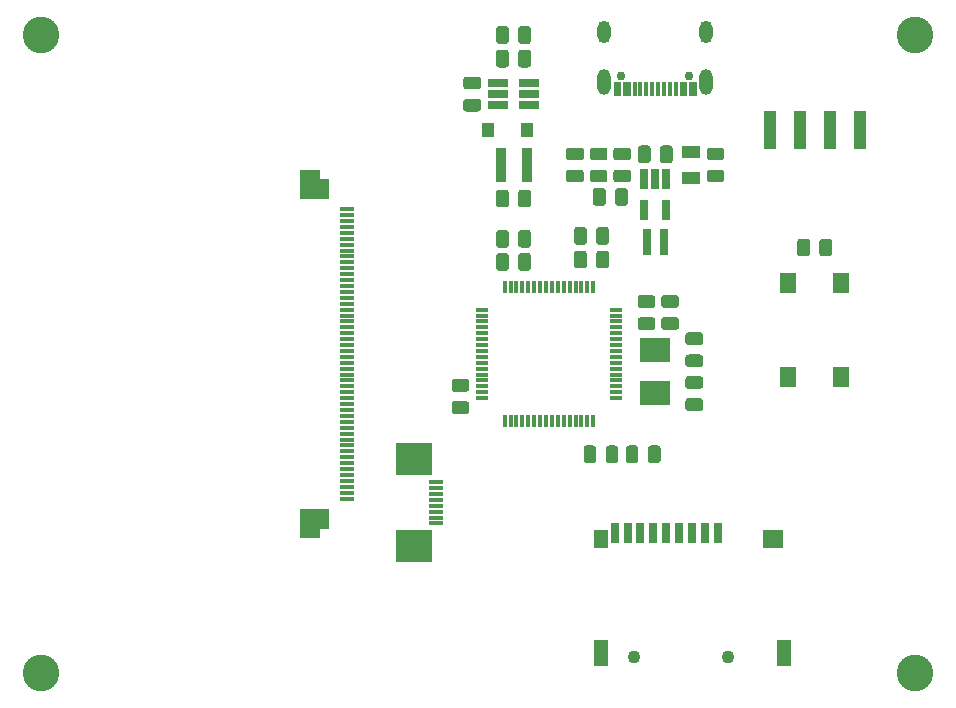
<source format=gts>
G04 #@! TF.GenerationSoftware,KiCad,Pcbnew,(5.1.0)-1*
G04 #@! TF.CreationDate,2019-04-09T08:08:05-05:00*
G04 #@! TF.ProjectId,prelude,7072656c-7564-4652-9e6b-696361645f70,rev?*
G04 #@! TF.SameCoordinates,Original*
G04 #@! TF.FileFunction,Soldermask,Top*
G04 #@! TF.FilePolarity,Negative*
%FSLAX46Y46*%
G04 Gerber Fmt 4.6, Leading zero omitted, Abs format (unit mm)*
G04 Created by KiCad (PCBNEW (5.1.0)-1) date 2019-04-09 08:08:05*
%MOMM*%
%LPD*%
G04 APERTURE LIST*
%ADD10C,3.101600*%
%ADD11R,1.301600X2.301600*%
%ADD12R,1.701600X1.501600*%
%ADD13R,1.301600X1.501600*%
%ADD14R,0.801600X1.701600*%
%ADD15C,1.101600*%
%ADD16R,1.001600X1.301600*%
%ADD17R,1.601600X1.101600*%
%ADD18C,1.701600*%
%ADD19C,0.100000*%
%ADD20R,1.301600X0.401600*%
%ADD21R,1.121600X3.271600*%
%ADD22R,3.101600X2.801600*%
%ADD23C,1.076600*%
%ADD24R,0.401600X1.251600*%
%ADD25O,1.101600X2.201600*%
%ADD26O,1.101600X1.901600*%
%ADD27C,0.751600*%
%ADD28R,0.801600X2.301600*%
%ADD29R,0.901600X3.001600*%
%ADD30R,1.401600X1.651600*%
%ADD31R,0.751600X1.661600*%
%ADD32R,1.101600X0.351600*%
%ADD33R,0.351600X1.101600*%
%ADD34R,1.661600X0.751600*%
%ADD35R,2.501600X2.101600*%
G04 APERTURE END LIST*
D10*
X123000000Y-43000000D03*
X123000000Y-97000000D03*
X197000000Y-97000000D03*
X197000000Y-43000000D03*
D11*
X185900000Y-95300000D03*
X170400000Y-95300000D03*
D12*
X185000000Y-85700000D03*
D13*
X170400000Y-85700000D03*
D14*
X171550000Y-85200000D03*
X173750000Y-85200000D03*
X172650000Y-85200000D03*
X174850000Y-85200000D03*
X175950000Y-85200000D03*
X177050000Y-85200000D03*
X180350000Y-85200000D03*
X179250000Y-85200000D03*
D15*
X181200000Y-95700000D03*
X173220000Y-95700000D03*
D14*
X178150000Y-85200000D03*
D16*
X164100000Y-51000000D03*
X160800000Y-51000000D03*
D17*
X178000000Y-55100000D03*
X178000000Y-52900000D03*
D18*
X145765000Y-84350000D03*
D19*
G36*
X144914200Y-83099200D02*
G01*
X146615800Y-83099200D01*
X146615800Y-85600800D01*
X144914200Y-85600800D01*
X144914200Y-83099200D01*
X144914200Y-83099200D01*
G37*
D18*
X145765000Y-55650000D03*
D19*
G36*
X144914200Y-54399200D02*
G01*
X146615800Y-54399200D01*
X146615800Y-56900800D01*
X144914200Y-56900800D01*
X144914200Y-54399200D01*
X144914200Y-54399200D01*
G37*
D18*
X146165000Y-83950000D03*
D19*
G36*
X144914200Y-83099200D02*
G01*
X147415800Y-83099200D01*
X147415800Y-84800800D01*
X144914200Y-84800800D01*
X144914200Y-83099200D01*
X144914200Y-83099200D01*
G37*
D20*
X148865000Y-57750000D03*
X148865000Y-58250000D03*
X148865000Y-58750000D03*
X148865000Y-59250000D03*
X148865000Y-59750000D03*
X148865000Y-60250000D03*
X148865000Y-60750000D03*
X148865000Y-61250000D03*
X148865000Y-61750000D03*
X148865000Y-62250000D03*
X148865000Y-62750000D03*
X148865000Y-63250000D03*
X148865000Y-63750000D03*
X148865000Y-64250000D03*
X148865000Y-64750000D03*
X148865000Y-65250000D03*
X148865000Y-65750000D03*
X148865000Y-66250000D03*
X148865000Y-66750000D03*
X148865000Y-67250000D03*
X148865000Y-67750000D03*
X148865000Y-68250000D03*
X148865000Y-68750000D03*
X148865000Y-69250000D03*
X148865000Y-69750000D03*
X148865000Y-70250000D03*
X148865000Y-70750000D03*
X148865000Y-71250000D03*
X148865000Y-71750000D03*
X148865000Y-72250000D03*
X148865000Y-72750000D03*
X148865000Y-73250000D03*
X148865000Y-73750000D03*
X148865000Y-74250000D03*
X148865000Y-74750000D03*
X148865000Y-75250000D03*
X148865000Y-75750000D03*
X148865000Y-76250000D03*
X148865000Y-76750000D03*
X148865000Y-77250000D03*
X148865000Y-77750000D03*
X148865000Y-78250000D03*
X148865000Y-78750000D03*
X148865000Y-79250000D03*
X148865000Y-79750000D03*
X148865000Y-80250000D03*
X148865000Y-80750000D03*
X148865000Y-81250000D03*
X148865000Y-81750000D03*
X148865000Y-82250000D03*
D18*
X146165000Y-56050000D03*
D19*
G36*
X144914200Y-55199200D02*
G01*
X147415800Y-55199200D01*
X147415800Y-56900800D01*
X144914200Y-56900800D01*
X144914200Y-55199200D01*
X144914200Y-55199200D01*
G37*
D21*
X184690000Y-51000000D03*
X187230000Y-51000000D03*
X189770000Y-51000000D03*
X192310000Y-51000000D03*
D20*
X156430000Y-80850000D03*
X156430000Y-81350000D03*
X156430000Y-81850000D03*
X156430000Y-82350000D03*
X156430000Y-82850000D03*
X156430000Y-83350000D03*
X156430000Y-83850000D03*
X156430000Y-84350000D03*
D22*
X154570000Y-78920000D03*
X154570000Y-86280000D03*
D19*
G36*
X178808031Y-73750496D02*
G01*
X178834159Y-73754372D01*
X178859780Y-73760790D01*
X178884649Y-73769688D01*
X178908526Y-73780981D01*
X178931182Y-73794560D01*
X178952397Y-73810294D01*
X178971968Y-73828032D01*
X178989706Y-73847603D01*
X179005440Y-73868818D01*
X179019019Y-73891474D01*
X179030312Y-73915351D01*
X179039210Y-73940220D01*
X179045628Y-73965841D01*
X179049504Y-73991969D01*
X179050800Y-74018350D01*
X179050800Y-74556650D01*
X179049504Y-74583031D01*
X179045628Y-74609159D01*
X179039210Y-74634780D01*
X179030312Y-74659649D01*
X179019019Y-74683526D01*
X179005440Y-74706182D01*
X178989706Y-74727397D01*
X178971968Y-74746968D01*
X178952397Y-74764706D01*
X178931182Y-74780440D01*
X178908526Y-74794019D01*
X178884649Y-74805312D01*
X178859780Y-74814210D01*
X178834159Y-74820628D01*
X178808031Y-74824504D01*
X178781650Y-74825800D01*
X177818350Y-74825800D01*
X177791969Y-74824504D01*
X177765841Y-74820628D01*
X177740220Y-74814210D01*
X177715351Y-74805312D01*
X177691474Y-74794019D01*
X177668818Y-74780440D01*
X177647603Y-74764706D01*
X177628032Y-74746968D01*
X177610294Y-74727397D01*
X177594560Y-74706182D01*
X177580981Y-74683526D01*
X177569688Y-74659649D01*
X177560790Y-74634780D01*
X177554372Y-74609159D01*
X177550496Y-74583031D01*
X177549200Y-74556650D01*
X177549200Y-74018350D01*
X177550496Y-73991969D01*
X177554372Y-73965841D01*
X177560790Y-73940220D01*
X177569688Y-73915351D01*
X177580981Y-73891474D01*
X177594560Y-73868818D01*
X177610294Y-73847603D01*
X177628032Y-73828032D01*
X177647603Y-73810294D01*
X177668818Y-73794560D01*
X177691474Y-73780981D01*
X177715351Y-73769688D01*
X177740220Y-73760790D01*
X177765841Y-73754372D01*
X177791969Y-73750496D01*
X177818350Y-73749200D01*
X178781650Y-73749200D01*
X178808031Y-73750496D01*
X178808031Y-73750496D01*
G37*
D23*
X178300000Y-74287500D03*
D19*
G36*
X178808031Y-71875496D02*
G01*
X178834159Y-71879372D01*
X178859780Y-71885790D01*
X178884649Y-71894688D01*
X178908526Y-71905981D01*
X178931182Y-71919560D01*
X178952397Y-71935294D01*
X178971968Y-71953032D01*
X178989706Y-71972603D01*
X179005440Y-71993818D01*
X179019019Y-72016474D01*
X179030312Y-72040351D01*
X179039210Y-72065220D01*
X179045628Y-72090841D01*
X179049504Y-72116969D01*
X179050800Y-72143350D01*
X179050800Y-72681650D01*
X179049504Y-72708031D01*
X179045628Y-72734159D01*
X179039210Y-72759780D01*
X179030312Y-72784649D01*
X179019019Y-72808526D01*
X179005440Y-72831182D01*
X178989706Y-72852397D01*
X178971968Y-72871968D01*
X178952397Y-72889706D01*
X178931182Y-72905440D01*
X178908526Y-72919019D01*
X178884649Y-72930312D01*
X178859780Y-72939210D01*
X178834159Y-72945628D01*
X178808031Y-72949504D01*
X178781650Y-72950800D01*
X177818350Y-72950800D01*
X177791969Y-72949504D01*
X177765841Y-72945628D01*
X177740220Y-72939210D01*
X177715351Y-72930312D01*
X177691474Y-72919019D01*
X177668818Y-72905440D01*
X177647603Y-72889706D01*
X177628032Y-72871968D01*
X177610294Y-72852397D01*
X177594560Y-72831182D01*
X177580981Y-72808526D01*
X177569688Y-72784649D01*
X177560790Y-72759780D01*
X177554372Y-72734159D01*
X177550496Y-72708031D01*
X177549200Y-72681650D01*
X177549200Y-72143350D01*
X177550496Y-72116969D01*
X177554372Y-72090841D01*
X177560790Y-72065220D01*
X177569688Y-72040351D01*
X177580981Y-72016474D01*
X177594560Y-71993818D01*
X177610294Y-71972603D01*
X177628032Y-71953032D01*
X177647603Y-71935294D01*
X177668818Y-71919560D01*
X177691474Y-71905981D01*
X177715351Y-71894688D01*
X177740220Y-71885790D01*
X177765841Y-71879372D01*
X177791969Y-71875496D01*
X177818350Y-71874200D01*
X178781650Y-71874200D01*
X178808031Y-71875496D01*
X178808031Y-71875496D01*
G37*
D23*
X178300000Y-72412500D03*
D19*
G36*
X178808031Y-70050496D02*
G01*
X178834159Y-70054372D01*
X178859780Y-70060790D01*
X178884649Y-70069688D01*
X178908526Y-70080981D01*
X178931182Y-70094560D01*
X178952397Y-70110294D01*
X178971968Y-70128032D01*
X178989706Y-70147603D01*
X179005440Y-70168818D01*
X179019019Y-70191474D01*
X179030312Y-70215351D01*
X179039210Y-70240220D01*
X179045628Y-70265841D01*
X179049504Y-70291969D01*
X179050800Y-70318350D01*
X179050800Y-70856650D01*
X179049504Y-70883031D01*
X179045628Y-70909159D01*
X179039210Y-70934780D01*
X179030312Y-70959649D01*
X179019019Y-70983526D01*
X179005440Y-71006182D01*
X178989706Y-71027397D01*
X178971968Y-71046968D01*
X178952397Y-71064706D01*
X178931182Y-71080440D01*
X178908526Y-71094019D01*
X178884649Y-71105312D01*
X178859780Y-71114210D01*
X178834159Y-71120628D01*
X178808031Y-71124504D01*
X178781650Y-71125800D01*
X177818350Y-71125800D01*
X177791969Y-71124504D01*
X177765841Y-71120628D01*
X177740220Y-71114210D01*
X177715351Y-71105312D01*
X177691474Y-71094019D01*
X177668818Y-71080440D01*
X177647603Y-71064706D01*
X177628032Y-71046968D01*
X177610294Y-71027397D01*
X177594560Y-71006182D01*
X177580981Y-70983526D01*
X177569688Y-70959649D01*
X177560790Y-70934780D01*
X177554372Y-70909159D01*
X177550496Y-70883031D01*
X177549200Y-70856650D01*
X177549200Y-70318350D01*
X177550496Y-70291969D01*
X177554372Y-70265841D01*
X177560790Y-70240220D01*
X177569688Y-70215351D01*
X177580981Y-70191474D01*
X177594560Y-70168818D01*
X177610294Y-70147603D01*
X177628032Y-70128032D01*
X177647603Y-70110294D01*
X177668818Y-70094560D01*
X177691474Y-70080981D01*
X177715351Y-70069688D01*
X177740220Y-70060790D01*
X177765841Y-70054372D01*
X177791969Y-70050496D01*
X177818350Y-70049200D01*
X178781650Y-70049200D01*
X178808031Y-70050496D01*
X178808031Y-70050496D01*
G37*
D23*
X178300000Y-70587500D03*
D19*
G36*
X178808031Y-68175496D02*
G01*
X178834159Y-68179372D01*
X178859780Y-68185790D01*
X178884649Y-68194688D01*
X178908526Y-68205981D01*
X178931182Y-68219560D01*
X178952397Y-68235294D01*
X178971968Y-68253032D01*
X178989706Y-68272603D01*
X179005440Y-68293818D01*
X179019019Y-68316474D01*
X179030312Y-68340351D01*
X179039210Y-68365220D01*
X179045628Y-68390841D01*
X179049504Y-68416969D01*
X179050800Y-68443350D01*
X179050800Y-68981650D01*
X179049504Y-69008031D01*
X179045628Y-69034159D01*
X179039210Y-69059780D01*
X179030312Y-69084649D01*
X179019019Y-69108526D01*
X179005440Y-69131182D01*
X178989706Y-69152397D01*
X178971968Y-69171968D01*
X178952397Y-69189706D01*
X178931182Y-69205440D01*
X178908526Y-69219019D01*
X178884649Y-69230312D01*
X178859780Y-69239210D01*
X178834159Y-69245628D01*
X178808031Y-69249504D01*
X178781650Y-69250800D01*
X177818350Y-69250800D01*
X177791969Y-69249504D01*
X177765841Y-69245628D01*
X177740220Y-69239210D01*
X177715351Y-69230312D01*
X177691474Y-69219019D01*
X177668818Y-69205440D01*
X177647603Y-69189706D01*
X177628032Y-69171968D01*
X177610294Y-69152397D01*
X177594560Y-69131182D01*
X177580981Y-69108526D01*
X177569688Y-69084649D01*
X177560790Y-69059780D01*
X177554372Y-69034159D01*
X177550496Y-69008031D01*
X177549200Y-68981650D01*
X177549200Y-68443350D01*
X177550496Y-68416969D01*
X177554372Y-68390841D01*
X177560790Y-68365220D01*
X177569688Y-68340351D01*
X177580981Y-68316474D01*
X177594560Y-68293818D01*
X177610294Y-68272603D01*
X177628032Y-68253032D01*
X177647603Y-68235294D01*
X177668818Y-68219560D01*
X177691474Y-68205981D01*
X177715351Y-68194688D01*
X177740220Y-68185790D01*
X177765841Y-68179372D01*
X177791969Y-68175496D01*
X177818350Y-68174200D01*
X178781650Y-68174200D01*
X178808031Y-68175496D01*
X178808031Y-68175496D01*
G37*
D23*
X178300000Y-68712500D03*
D19*
G36*
X189733031Y-60250496D02*
G01*
X189759159Y-60254372D01*
X189784780Y-60260790D01*
X189809649Y-60269688D01*
X189833526Y-60280981D01*
X189856182Y-60294560D01*
X189877397Y-60310294D01*
X189896968Y-60328032D01*
X189914706Y-60347603D01*
X189930440Y-60368818D01*
X189944019Y-60391474D01*
X189955312Y-60415351D01*
X189964210Y-60440220D01*
X189970628Y-60465841D01*
X189974504Y-60491969D01*
X189975800Y-60518350D01*
X189975800Y-61481650D01*
X189974504Y-61508031D01*
X189970628Y-61534159D01*
X189964210Y-61559780D01*
X189955312Y-61584649D01*
X189944019Y-61608526D01*
X189930440Y-61631182D01*
X189914706Y-61652397D01*
X189896968Y-61671968D01*
X189877397Y-61689706D01*
X189856182Y-61705440D01*
X189833526Y-61719019D01*
X189809649Y-61730312D01*
X189784780Y-61739210D01*
X189759159Y-61745628D01*
X189733031Y-61749504D01*
X189706650Y-61750800D01*
X189168350Y-61750800D01*
X189141969Y-61749504D01*
X189115841Y-61745628D01*
X189090220Y-61739210D01*
X189065351Y-61730312D01*
X189041474Y-61719019D01*
X189018818Y-61705440D01*
X188997603Y-61689706D01*
X188978032Y-61671968D01*
X188960294Y-61652397D01*
X188944560Y-61631182D01*
X188930981Y-61608526D01*
X188919688Y-61584649D01*
X188910790Y-61559780D01*
X188904372Y-61534159D01*
X188900496Y-61508031D01*
X188899200Y-61481650D01*
X188899200Y-60518350D01*
X188900496Y-60491969D01*
X188904372Y-60465841D01*
X188910790Y-60440220D01*
X188919688Y-60415351D01*
X188930981Y-60391474D01*
X188944560Y-60368818D01*
X188960294Y-60347603D01*
X188978032Y-60328032D01*
X188997603Y-60310294D01*
X189018818Y-60294560D01*
X189041474Y-60280981D01*
X189065351Y-60269688D01*
X189090220Y-60260790D01*
X189115841Y-60254372D01*
X189141969Y-60250496D01*
X189168350Y-60249200D01*
X189706650Y-60249200D01*
X189733031Y-60250496D01*
X189733031Y-60250496D01*
G37*
D23*
X189437500Y-61000000D03*
D19*
G36*
X187858031Y-60250496D02*
G01*
X187884159Y-60254372D01*
X187909780Y-60260790D01*
X187934649Y-60269688D01*
X187958526Y-60280981D01*
X187981182Y-60294560D01*
X188002397Y-60310294D01*
X188021968Y-60328032D01*
X188039706Y-60347603D01*
X188055440Y-60368818D01*
X188069019Y-60391474D01*
X188080312Y-60415351D01*
X188089210Y-60440220D01*
X188095628Y-60465841D01*
X188099504Y-60491969D01*
X188100800Y-60518350D01*
X188100800Y-61481650D01*
X188099504Y-61508031D01*
X188095628Y-61534159D01*
X188089210Y-61559780D01*
X188080312Y-61584649D01*
X188069019Y-61608526D01*
X188055440Y-61631182D01*
X188039706Y-61652397D01*
X188021968Y-61671968D01*
X188002397Y-61689706D01*
X187981182Y-61705440D01*
X187958526Y-61719019D01*
X187934649Y-61730312D01*
X187909780Y-61739210D01*
X187884159Y-61745628D01*
X187858031Y-61749504D01*
X187831650Y-61750800D01*
X187293350Y-61750800D01*
X187266969Y-61749504D01*
X187240841Y-61745628D01*
X187215220Y-61739210D01*
X187190351Y-61730312D01*
X187166474Y-61719019D01*
X187143818Y-61705440D01*
X187122603Y-61689706D01*
X187103032Y-61671968D01*
X187085294Y-61652397D01*
X187069560Y-61631182D01*
X187055981Y-61608526D01*
X187044688Y-61584649D01*
X187035790Y-61559780D01*
X187029372Y-61534159D01*
X187025496Y-61508031D01*
X187024200Y-61481650D01*
X187024200Y-60518350D01*
X187025496Y-60491969D01*
X187029372Y-60465841D01*
X187035790Y-60440220D01*
X187044688Y-60415351D01*
X187055981Y-60391474D01*
X187069560Y-60368818D01*
X187085294Y-60347603D01*
X187103032Y-60328032D01*
X187122603Y-60310294D01*
X187143818Y-60294560D01*
X187166474Y-60280981D01*
X187190351Y-60269688D01*
X187215220Y-60260790D01*
X187240841Y-60254372D01*
X187266969Y-60250496D01*
X187293350Y-60249200D01*
X187831650Y-60249200D01*
X187858031Y-60250496D01*
X187858031Y-60250496D01*
G37*
D23*
X187562500Y-61000000D03*
D19*
G36*
X174358031Y-52350496D02*
G01*
X174384159Y-52354372D01*
X174409780Y-52360790D01*
X174434649Y-52369688D01*
X174458526Y-52380981D01*
X174481182Y-52394560D01*
X174502397Y-52410294D01*
X174521968Y-52428032D01*
X174539706Y-52447603D01*
X174555440Y-52468818D01*
X174569019Y-52491474D01*
X174580312Y-52515351D01*
X174589210Y-52540220D01*
X174595628Y-52565841D01*
X174599504Y-52591969D01*
X174600800Y-52618350D01*
X174600800Y-53581650D01*
X174599504Y-53608031D01*
X174595628Y-53634159D01*
X174589210Y-53659780D01*
X174580312Y-53684649D01*
X174569019Y-53708526D01*
X174555440Y-53731182D01*
X174539706Y-53752397D01*
X174521968Y-53771968D01*
X174502397Y-53789706D01*
X174481182Y-53805440D01*
X174458526Y-53819019D01*
X174434649Y-53830312D01*
X174409780Y-53839210D01*
X174384159Y-53845628D01*
X174358031Y-53849504D01*
X174331650Y-53850800D01*
X173793350Y-53850800D01*
X173766969Y-53849504D01*
X173740841Y-53845628D01*
X173715220Y-53839210D01*
X173690351Y-53830312D01*
X173666474Y-53819019D01*
X173643818Y-53805440D01*
X173622603Y-53789706D01*
X173603032Y-53771968D01*
X173585294Y-53752397D01*
X173569560Y-53731182D01*
X173555981Y-53708526D01*
X173544688Y-53684649D01*
X173535790Y-53659780D01*
X173529372Y-53634159D01*
X173525496Y-53608031D01*
X173524200Y-53581650D01*
X173524200Y-52618350D01*
X173525496Y-52591969D01*
X173529372Y-52565841D01*
X173535790Y-52540220D01*
X173544688Y-52515351D01*
X173555981Y-52491474D01*
X173569560Y-52468818D01*
X173585294Y-52447603D01*
X173603032Y-52428032D01*
X173622603Y-52410294D01*
X173643818Y-52394560D01*
X173666474Y-52380981D01*
X173690351Y-52369688D01*
X173715220Y-52360790D01*
X173740841Y-52354372D01*
X173766969Y-52350496D01*
X173793350Y-52349200D01*
X174331650Y-52349200D01*
X174358031Y-52350496D01*
X174358031Y-52350496D01*
G37*
D23*
X174062500Y-53100000D03*
D19*
G36*
X176233031Y-52350496D02*
G01*
X176259159Y-52354372D01*
X176284780Y-52360790D01*
X176309649Y-52369688D01*
X176333526Y-52380981D01*
X176356182Y-52394560D01*
X176377397Y-52410294D01*
X176396968Y-52428032D01*
X176414706Y-52447603D01*
X176430440Y-52468818D01*
X176444019Y-52491474D01*
X176455312Y-52515351D01*
X176464210Y-52540220D01*
X176470628Y-52565841D01*
X176474504Y-52591969D01*
X176475800Y-52618350D01*
X176475800Y-53581650D01*
X176474504Y-53608031D01*
X176470628Y-53634159D01*
X176464210Y-53659780D01*
X176455312Y-53684649D01*
X176444019Y-53708526D01*
X176430440Y-53731182D01*
X176414706Y-53752397D01*
X176396968Y-53771968D01*
X176377397Y-53789706D01*
X176356182Y-53805440D01*
X176333526Y-53819019D01*
X176309649Y-53830312D01*
X176284780Y-53839210D01*
X176259159Y-53845628D01*
X176233031Y-53849504D01*
X176206650Y-53850800D01*
X175668350Y-53850800D01*
X175641969Y-53849504D01*
X175615841Y-53845628D01*
X175590220Y-53839210D01*
X175565351Y-53830312D01*
X175541474Y-53819019D01*
X175518818Y-53805440D01*
X175497603Y-53789706D01*
X175478032Y-53771968D01*
X175460294Y-53752397D01*
X175444560Y-53731182D01*
X175430981Y-53708526D01*
X175419688Y-53684649D01*
X175410790Y-53659780D01*
X175404372Y-53634159D01*
X175400496Y-53608031D01*
X175399200Y-53581650D01*
X175399200Y-52618350D01*
X175400496Y-52591969D01*
X175404372Y-52565841D01*
X175410790Y-52540220D01*
X175419688Y-52515351D01*
X175430981Y-52491474D01*
X175444560Y-52468818D01*
X175460294Y-52447603D01*
X175478032Y-52428032D01*
X175497603Y-52410294D01*
X175518818Y-52394560D01*
X175541474Y-52380981D01*
X175565351Y-52369688D01*
X175590220Y-52360790D01*
X175615841Y-52354372D01*
X175641969Y-52350496D01*
X175668350Y-52349200D01*
X176206650Y-52349200D01*
X176233031Y-52350496D01*
X176233031Y-52350496D01*
G37*
D23*
X175937500Y-53100000D03*
D19*
G36*
X174758031Y-65025496D02*
G01*
X174784159Y-65029372D01*
X174809780Y-65035790D01*
X174834649Y-65044688D01*
X174858526Y-65055981D01*
X174881182Y-65069560D01*
X174902397Y-65085294D01*
X174921968Y-65103032D01*
X174939706Y-65122603D01*
X174955440Y-65143818D01*
X174969019Y-65166474D01*
X174980312Y-65190351D01*
X174989210Y-65215220D01*
X174995628Y-65240841D01*
X174999504Y-65266969D01*
X175000800Y-65293350D01*
X175000800Y-65831650D01*
X174999504Y-65858031D01*
X174995628Y-65884159D01*
X174989210Y-65909780D01*
X174980312Y-65934649D01*
X174969019Y-65958526D01*
X174955440Y-65981182D01*
X174939706Y-66002397D01*
X174921968Y-66021968D01*
X174902397Y-66039706D01*
X174881182Y-66055440D01*
X174858526Y-66069019D01*
X174834649Y-66080312D01*
X174809780Y-66089210D01*
X174784159Y-66095628D01*
X174758031Y-66099504D01*
X174731650Y-66100800D01*
X173768350Y-66100800D01*
X173741969Y-66099504D01*
X173715841Y-66095628D01*
X173690220Y-66089210D01*
X173665351Y-66080312D01*
X173641474Y-66069019D01*
X173618818Y-66055440D01*
X173597603Y-66039706D01*
X173578032Y-66021968D01*
X173560294Y-66002397D01*
X173544560Y-65981182D01*
X173530981Y-65958526D01*
X173519688Y-65934649D01*
X173510790Y-65909780D01*
X173504372Y-65884159D01*
X173500496Y-65858031D01*
X173499200Y-65831650D01*
X173499200Y-65293350D01*
X173500496Y-65266969D01*
X173504372Y-65240841D01*
X173510790Y-65215220D01*
X173519688Y-65190351D01*
X173530981Y-65166474D01*
X173544560Y-65143818D01*
X173560294Y-65122603D01*
X173578032Y-65103032D01*
X173597603Y-65085294D01*
X173618818Y-65069560D01*
X173641474Y-65055981D01*
X173665351Y-65044688D01*
X173690220Y-65035790D01*
X173715841Y-65029372D01*
X173741969Y-65025496D01*
X173768350Y-65024200D01*
X174731650Y-65024200D01*
X174758031Y-65025496D01*
X174758031Y-65025496D01*
G37*
D23*
X174250000Y-65562500D03*
D19*
G36*
X174758031Y-66900496D02*
G01*
X174784159Y-66904372D01*
X174809780Y-66910790D01*
X174834649Y-66919688D01*
X174858526Y-66930981D01*
X174881182Y-66944560D01*
X174902397Y-66960294D01*
X174921968Y-66978032D01*
X174939706Y-66997603D01*
X174955440Y-67018818D01*
X174969019Y-67041474D01*
X174980312Y-67065351D01*
X174989210Y-67090220D01*
X174995628Y-67115841D01*
X174999504Y-67141969D01*
X175000800Y-67168350D01*
X175000800Y-67706650D01*
X174999504Y-67733031D01*
X174995628Y-67759159D01*
X174989210Y-67784780D01*
X174980312Y-67809649D01*
X174969019Y-67833526D01*
X174955440Y-67856182D01*
X174939706Y-67877397D01*
X174921968Y-67896968D01*
X174902397Y-67914706D01*
X174881182Y-67930440D01*
X174858526Y-67944019D01*
X174834649Y-67955312D01*
X174809780Y-67964210D01*
X174784159Y-67970628D01*
X174758031Y-67974504D01*
X174731650Y-67975800D01*
X173768350Y-67975800D01*
X173741969Y-67974504D01*
X173715841Y-67970628D01*
X173690220Y-67964210D01*
X173665351Y-67955312D01*
X173641474Y-67944019D01*
X173618818Y-67930440D01*
X173597603Y-67914706D01*
X173578032Y-67896968D01*
X173560294Y-67877397D01*
X173544560Y-67856182D01*
X173530981Y-67833526D01*
X173519688Y-67809649D01*
X173510790Y-67784780D01*
X173504372Y-67759159D01*
X173500496Y-67733031D01*
X173499200Y-67706650D01*
X173499200Y-67168350D01*
X173500496Y-67141969D01*
X173504372Y-67115841D01*
X173510790Y-67090220D01*
X173519688Y-67065351D01*
X173530981Y-67041474D01*
X173544560Y-67018818D01*
X173560294Y-66997603D01*
X173578032Y-66978032D01*
X173597603Y-66960294D01*
X173618818Y-66944560D01*
X173641474Y-66930981D01*
X173665351Y-66919688D01*
X173690220Y-66910790D01*
X173715841Y-66904372D01*
X173741969Y-66900496D01*
X173768350Y-66899200D01*
X174731650Y-66899200D01*
X174758031Y-66900496D01*
X174758031Y-66900496D01*
G37*
D23*
X174250000Y-67437500D03*
D19*
G36*
X176758031Y-66900496D02*
G01*
X176784159Y-66904372D01*
X176809780Y-66910790D01*
X176834649Y-66919688D01*
X176858526Y-66930981D01*
X176881182Y-66944560D01*
X176902397Y-66960294D01*
X176921968Y-66978032D01*
X176939706Y-66997603D01*
X176955440Y-67018818D01*
X176969019Y-67041474D01*
X176980312Y-67065351D01*
X176989210Y-67090220D01*
X176995628Y-67115841D01*
X176999504Y-67141969D01*
X177000800Y-67168350D01*
X177000800Y-67706650D01*
X176999504Y-67733031D01*
X176995628Y-67759159D01*
X176989210Y-67784780D01*
X176980312Y-67809649D01*
X176969019Y-67833526D01*
X176955440Y-67856182D01*
X176939706Y-67877397D01*
X176921968Y-67896968D01*
X176902397Y-67914706D01*
X176881182Y-67930440D01*
X176858526Y-67944019D01*
X176834649Y-67955312D01*
X176809780Y-67964210D01*
X176784159Y-67970628D01*
X176758031Y-67974504D01*
X176731650Y-67975800D01*
X175768350Y-67975800D01*
X175741969Y-67974504D01*
X175715841Y-67970628D01*
X175690220Y-67964210D01*
X175665351Y-67955312D01*
X175641474Y-67944019D01*
X175618818Y-67930440D01*
X175597603Y-67914706D01*
X175578032Y-67896968D01*
X175560294Y-67877397D01*
X175544560Y-67856182D01*
X175530981Y-67833526D01*
X175519688Y-67809649D01*
X175510790Y-67784780D01*
X175504372Y-67759159D01*
X175500496Y-67733031D01*
X175499200Y-67706650D01*
X175499200Y-67168350D01*
X175500496Y-67141969D01*
X175504372Y-67115841D01*
X175510790Y-67090220D01*
X175519688Y-67065351D01*
X175530981Y-67041474D01*
X175544560Y-67018818D01*
X175560294Y-66997603D01*
X175578032Y-66978032D01*
X175597603Y-66960294D01*
X175618818Y-66944560D01*
X175641474Y-66930981D01*
X175665351Y-66919688D01*
X175690220Y-66910790D01*
X175715841Y-66904372D01*
X175741969Y-66900496D01*
X175768350Y-66899200D01*
X176731650Y-66899200D01*
X176758031Y-66900496D01*
X176758031Y-66900496D01*
G37*
D23*
X176250000Y-67437500D03*
D19*
G36*
X176758031Y-65025496D02*
G01*
X176784159Y-65029372D01*
X176809780Y-65035790D01*
X176834649Y-65044688D01*
X176858526Y-65055981D01*
X176881182Y-65069560D01*
X176902397Y-65085294D01*
X176921968Y-65103032D01*
X176939706Y-65122603D01*
X176955440Y-65143818D01*
X176969019Y-65166474D01*
X176980312Y-65190351D01*
X176989210Y-65215220D01*
X176995628Y-65240841D01*
X176999504Y-65266969D01*
X177000800Y-65293350D01*
X177000800Y-65831650D01*
X176999504Y-65858031D01*
X176995628Y-65884159D01*
X176989210Y-65909780D01*
X176980312Y-65934649D01*
X176969019Y-65958526D01*
X176955440Y-65981182D01*
X176939706Y-66002397D01*
X176921968Y-66021968D01*
X176902397Y-66039706D01*
X176881182Y-66055440D01*
X176858526Y-66069019D01*
X176834649Y-66080312D01*
X176809780Y-66089210D01*
X176784159Y-66095628D01*
X176758031Y-66099504D01*
X176731650Y-66100800D01*
X175768350Y-66100800D01*
X175741969Y-66099504D01*
X175715841Y-66095628D01*
X175690220Y-66089210D01*
X175665351Y-66080312D01*
X175641474Y-66069019D01*
X175618818Y-66055440D01*
X175597603Y-66039706D01*
X175578032Y-66021968D01*
X175560294Y-66002397D01*
X175544560Y-65981182D01*
X175530981Y-65958526D01*
X175519688Y-65934649D01*
X175510790Y-65909780D01*
X175504372Y-65884159D01*
X175500496Y-65858031D01*
X175499200Y-65831650D01*
X175499200Y-65293350D01*
X175500496Y-65266969D01*
X175504372Y-65240841D01*
X175510790Y-65215220D01*
X175519688Y-65190351D01*
X175530981Y-65166474D01*
X175544560Y-65143818D01*
X175560294Y-65122603D01*
X175578032Y-65103032D01*
X175597603Y-65085294D01*
X175618818Y-65069560D01*
X175641474Y-65055981D01*
X175665351Y-65044688D01*
X175690220Y-65035790D01*
X175715841Y-65029372D01*
X175741969Y-65025496D01*
X175768350Y-65024200D01*
X176731650Y-65024200D01*
X176758031Y-65025496D01*
X176758031Y-65025496D01*
G37*
D23*
X176250000Y-65562500D03*
D19*
G36*
X168958031Y-61250496D02*
G01*
X168984159Y-61254372D01*
X169009780Y-61260790D01*
X169034649Y-61269688D01*
X169058526Y-61280981D01*
X169081182Y-61294560D01*
X169102397Y-61310294D01*
X169121968Y-61328032D01*
X169139706Y-61347603D01*
X169155440Y-61368818D01*
X169169019Y-61391474D01*
X169180312Y-61415351D01*
X169189210Y-61440220D01*
X169195628Y-61465841D01*
X169199504Y-61491969D01*
X169200800Y-61518350D01*
X169200800Y-62481650D01*
X169199504Y-62508031D01*
X169195628Y-62534159D01*
X169189210Y-62559780D01*
X169180312Y-62584649D01*
X169169019Y-62608526D01*
X169155440Y-62631182D01*
X169139706Y-62652397D01*
X169121968Y-62671968D01*
X169102397Y-62689706D01*
X169081182Y-62705440D01*
X169058526Y-62719019D01*
X169034649Y-62730312D01*
X169009780Y-62739210D01*
X168984159Y-62745628D01*
X168958031Y-62749504D01*
X168931650Y-62750800D01*
X168393350Y-62750800D01*
X168366969Y-62749504D01*
X168340841Y-62745628D01*
X168315220Y-62739210D01*
X168290351Y-62730312D01*
X168266474Y-62719019D01*
X168243818Y-62705440D01*
X168222603Y-62689706D01*
X168203032Y-62671968D01*
X168185294Y-62652397D01*
X168169560Y-62631182D01*
X168155981Y-62608526D01*
X168144688Y-62584649D01*
X168135790Y-62559780D01*
X168129372Y-62534159D01*
X168125496Y-62508031D01*
X168124200Y-62481650D01*
X168124200Y-61518350D01*
X168125496Y-61491969D01*
X168129372Y-61465841D01*
X168135790Y-61440220D01*
X168144688Y-61415351D01*
X168155981Y-61391474D01*
X168169560Y-61368818D01*
X168185294Y-61347603D01*
X168203032Y-61328032D01*
X168222603Y-61310294D01*
X168243818Y-61294560D01*
X168266474Y-61280981D01*
X168290351Y-61269688D01*
X168315220Y-61260790D01*
X168340841Y-61254372D01*
X168366969Y-61250496D01*
X168393350Y-61249200D01*
X168931650Y-61249200D01*
X168958031Y-61250496D01*
X168958031Y-61250496D01*
G37*
D23*
X168662500Y-62000000D03*
D19*
G36*
X170833031Y-61250496D02*
G01*
X170859159Y-61254372D01*
X170884780Y-61260790D01*
X170909649Y-61269688D01*
X170933526Y-61280981D01*
X170956182Y-61294560D01*
X170977397Y-61310294D01*
X170996968Y-61328032D01*
X171014706Y-61347603D01*
X171030440Y-61368818D01*
X171044019Y-61391474D01*
X171055312Y-61415351D01*
X171064210Y-61440220D01*
X171070628Y-61465841D01*
X171074504Y-61491969D01*
X171075800Y-61518350D01*
X171075800Y-62481650D01*
X171074504Y-62508031D01*
X171070628Y-62534159D01*
X171064210Y-62559780D01*
X171055312Y-62584649D01*
X171044019Y-62608526D01*
X171030440Y-62631182D01*
X171014706Y-62652397D01*
X170996968Y-62671968D01*
X170977397Y-62689706D01*
X170956182Y-62705440D01*
X170933526Y-62719019D01*
X170909649Y-62730312D01*
X170884780Y-62739210D01*
X170859159Y-62745628D01*
X170833031Y-62749504D01*
X170806650Y-62750800D01*
X170268350Y-62750800D01*
X170241969Y-62749504D01*
X170215841Y-62745628D01*
X170190220Y-62739210D01*
X170165351Y-62730312D01*
X170141474Y-62719019D01*
X170118818Y-62705440D01*
X170097603Y-62689706D01*
X170078032Y-62671968D01*
X170060294Y-62652397D01*
X170044560Y-62631182D01*
X170030981Y-62608526D01*
X170019688Y-62584649D01*
X170010790Y-62559780D01*
X170004372Y-62534159D01*
X170000496Y-62508031D01*
X169999200Y-62481650D01*
X169999200Y-61518350D01*
X170000496Y-61491969D01*
X170004372Y-61465841D01*
X170010790Y-61440220D01*
X170019688Y-61415351D01*
X170030981Y-61391474D01*
X170044560Y-61368818D01*
X170060294Y-61347603D01*
X170078032Y-61328032D01*
X170097603Y-61310294D01*
X170118818Y-61294560D01*
X170141474Y-61280981D01*
X170165351Y-61269688D01*
X170190220Y-61260790D01*
X170215841Y-61254372D01*
X170241969Y-61250496D01*
X170268350Y-61249200D01*
X170806650Y-61249200D01*
X170833031Y-61250496D01*
X170833031Y-61250496D01*
G37*
D23*
X170537500Y-62000000D03*
D19*
G36*
X170833031Y-59250496D02*
G01*
X170859159Y-59254372D01*
X170884780Y-59260790D01*
X170909649Y-59269688D01*
X170933526Y-59280981D01*
X170956182Y-59294560D01*
X170977397Y-59310294D01*
X170996968Y-59328032D01*
X171014706Y-59347603D01*
X171030440Y-59368818D01*
X171044019Y-59391474D01*
X171055312Y-59415351D01*
X171064210Y-59440220D01*
X171070628Y-59465841D01*
X171074504Y-59491969D01*
X171075800Y-59518350D01*
X171075800Y-60481650D01*
X171074504Y-60508031D01*
X171070628Y-60534159D01*
X171064210Y-60559780D01*
X171055312Y-60584649D01*
X171044019Y-60608526D01*
X171030440Y-60631182D01*
X171014706Y-60652397D01*
X170996968Y-60671968D01*
X170977397Y-60689706D01*
X170956182Y-60705440D01*
X170933526Y-60719019D01*
X170909649Y-60730312D01*
X170884780Y-60739210D01*
X170859159Y-60745628D01*
X170833031Y-60749504D01*
X170806650Y-60750800D01*
X170268350Y-60750800D01*
X170241969Y-60749504D01*
X170215841Y-60745628D01*
X170190220Y-60739210D01*
X170165351Y-60730312D01*
X170141474Y-60719019D01*
X170118818Y-60705440D01*
X170097603Y-60689706D01*
X170078032Y-60671968D01*
X170060294Y-60652397D01*
X170044560Y-60631182D01*
X170030981Y-60608526D01*
X170019688Y-60584649D01*
X170010790Y-60559780D01*
X170004372Y-60534159D01*
X170000496Y-60508031D01*
X169999200Y-60481650D01*
X169999200Y-59518350D01*
X170000496Y-59491969D01*
X170004372Y-59465841D01*
X170010790Y-59440220D01*
X170019688Y-59415351D01*
X170030981Y-59391474D01*
X170044560Y-59368818D01*
X170060294Y-59347603D01*
X170078032Y-59328032D01*
X170097603Y-59310294D01*
X170118818Y-59294560D01*
X170141474Y-59280981D01*
X170165351Y-59269688D01*
X170190220Y-59260790D01*
X170215841Y-59254372D01*
X170241969Y-59250496D01*
X170268350Y-59249200D01*
X170806650Y-59249200D01*
X170833031Y-59250496D01*
X170833031Y-59250496D01*
G37*
D23*
X170537500Y-60000000D03*
D19*
G36*
X168958031Y-59250496D02*
G01*
X168984159Y-59254372D01*
X169009780Y-59260790D01*
X169034649Y-59269688D01*
X169058526Y-59280981D01*
X169081182Y-59294560D01*
X169102397Y-59310294D01*
X169121968Y-59328032D01*
X169139706Y-59347603D01*
X169155440Y-59368818D01*
X169169019Y-59391474D01*
X169180312Y-59415351D01*
X169189210Y-59440220D01*
X169195628Y-59465841D01*
X169199504Y-59491969D01*
X169200800Y-59518350D01*
X169200800Y-60481650D01*
X169199504Y-60508031D01*
X169195628Y-60534159D01*
X169189210Y-60559780D01*
X169180312Y-60584649D01*
X169169019Y-60608526D01*
X169155440Y-60631182D01*
X169139706Y-60652397D01*
X169121968Y-60671968D01*
X169102397Y-60689706D01*
X169081182Y-60705440D01*
X169058526Y-60719019D01*
X169034649Y-60730312D01*
X169009780Y-60739210D01*
X168984159Y-60745628D01*
X168958031Y-60749504D01*
X168931650Y-60750800D01*
X168393350Y-60750800D01*
X168366969Y-60749504D01*
X168340841Y-60745628D01*
X168315220Y-60739210D01*
X168290351Y-60730312D01*
X168266474Y-60719019D01*
X168243818Y-60705440D01*
X168222603Y-60689706D01*
X168203032Y-60671968D01*
X168185294Y-60652397D01*
X168169560Y-60631182D01*
X168155981Y-60608526D01*
X168144688Y-60584649D01*
X168135790Y-60559780D01*
X168129372Y-60534159D01*
X168125496Y-60508031D01*
X168124200Y-60481650D01*
X168124200Y-59518350D01*
X168125496Y-59491969D01*
X168129372Y-59465841D01*
X168135790Y-59440220D01*
X168144688Y-59415351D01*
X168155981Y-59391474D01*
X168169560Y-59368818D01*
X168185294Y-59347603D01*
X168203032Y-59328032D01*
X168222603Y-59310294D01*
X168243818Y-59294560D01*
X168266474Y-59280981D01*
X168290351Y-59269688D01*
X168315220Y-59260790D01*
X168340841Y-59254372D01*
X168366969Y-59250496D01*
X168393350Y-59249200D01*
X168931650Y-59249200D01*
X168958031Y-59250496D01*
X168958031Y-59250496D01*
G37*
D23*
X168662500Y-60000000D03*
D19*
G36*
X162358031Y-59500496D02*
G01*
X162384159Y-59504372D01*
X162409780Y-59510790D01*
X162434649Y-59519688D01*
X162458526Y-59530981D01*
X162481182Y-59544560D01*
X162502397Y-59560294D01*
X162521968Y-59578032D01*
X162539706Y-59597603D01*
X162555440Y-59618818D01*
X162569019Y-59641474D01*
X162580312Y-59665351D01*
X162589210Y-59690220D01*
X162595628Y-59715841D01*
X162599504Y-59741969D01*
X162600800Y-59768350D01*
X162600800Y-60731650D01*
X162599504Y-60758031D01*
X162595628Y-60784159D01*
X162589210Y-60809780D01*
X162580312Y-60834649D01*
X162569019Y-60858526D01*
X162555440Y-60881182D01*
X162539706Y-60902397D01*
X162521968Y-60921968D01*
X162502397Y-60939706D01*
X162481182Y-60955440D01*
X162458526Y-60969019D01*
X162434649Y-60980312D01*
X162409780Y-60989210D01*
X162384159Y-60995628D01*
X162358031Y-60999504D01*
X162331650Y-61000800D01*
X161793350Y-61000800D01*
X161766969Y-60999504D01*
X161740841Y-60995628D01*
X161715220Y-60989210D01*
X161690351Y-60980312D01*
X161666474Y-60969019D01*
X161643818Y-60955440D01*
X161622603Y-60939706D01*
X161603032Y-60921968D01*
X161585294Y-60902397D01*
X161569560Y-60881182D01*
X161555981Y-60858526D01*
X161544688Y-60834649D01*
X161535790Y-60809780D01*
X161529372Y-60784159D01*
X161525496Y-60758031D01*
X161524200Y-60731650D01*
X161524200Y-59768350D01*
X161525496Y-59741969D01*
X161529372Y-59715841D01*
X161535790Y-59690220D01*
X161544688Y-59665351D01*
X161555981Y-59641474D01*
X161569560Y-59618818D01*
X161585294Y-59597603D01*
X161603032Y-59578032D01*
X161622603Y-59560294D01*
X161643818Y-59544560D01*
X161666474Y-59530981D01*
X161690351Y-59519688D01*
X161715220Y-59510790D01*
X161740841Y-59504372D01*
X161766969Y-59500496D01*
X161793350Y-59499200D01*
X162331650Y-59499200D01*
X162358031Y-59500496D01*
X162358031Y-59500496D01*
G37*
D23*
X162062500Y-60250000D03*
D19*
G36*
X164233031Y-59500496D02*
G01*
X164259159Y-59504372D01*
X164284780Y-59510790D01*
X164309649Y-59519688D01*
X164333526Y-59530981D01*
X164356182Y-59544560D01*
X164377397Y-59560294D01*
X164396968Y-59578032D01*
X164414706Y-59597603D01*
X164430440Y-59618818D01*
X164444019Y-59641474D01*
X164455312Y-59665351D01*
X164464210Y-59690220D01*
X164470628Y-59715841D01*
X164474504Y-59741969D01*
X164475800Y-59768350D01*
X164475800Y-60731650D01*
X164474504Y-60758031D01*
X164470628Y-60784159D01*
X164464210Y-60809780D01*
X164455312Y-60834649D01*
X164444019Y-60858526D01*
X164430440Y-60881182D01*
X164414706Y-60902397D01*
X164396968Y-60921968D01*
X164377397Y-60939706D01*
X164356182Y-60955440D01*
X164333526Y-60969019D01*
X164309649Y-60980312D01*
X164284780Y-60989210D01*
X164259159Y-60995628D01*
X164233031Y-60999504D01*
X164206650Y-61000800D01*
X163668350Y-61000800D01*
X163641969Y-60999504D01*
X163615841Y-60995628D01*
X163590220Y-60989210D01*
X163565351Y-60980312D01*
X163541474Y-60969019D01*
X163518818Y-60955440D01*
X163497603Y-60939706D01*
X163478032Y-60921968D01*
X163460294Y-60902397D01*
X163444560Y-60881182D01*
X163430981Y-60858526D01*
X163419688Y-60834649D01*
X163410790Y-60809780D01*
X163404372Y-60784159D01*
X163400496Y-60758031D01*
X163399200Y-60731650D01*
X163399200Y-59768350D01*
X163400496Y-59741969D01*
X163404372Y-59715841D01*
X163410790Y-59690220D01*
X163419688Y-59665351D01*
X163430981Y-59641474D01*
X163444560Y-59618818D01*
X163460294Y-59597603D01*
X163478032Y-59578032D01*
X163497603Y-59560294D01*
X163518818Y-59544560D01*
X163541474Y-59530981D01*
X163565351Y-59519688D01*
X163590220Y-59510790D01*
X163615841Y-59504372D01*
X163641969Y-59500496D01*
X163668350Y-59499200D01*
X164206650Y-59499200D01*
X164233031Y-59500496D01*
X164233031Y-59500496D01*
G37*
D23*
X163937500Y-60250000D03*
D19*
G36*
X159008031Y-72125496D02*
G01*
X159034159Y-72129372D01*
X159059780Y-72135790D01*
X159084649Y-72144688D01*
X159108526Y-72155981D01*
X159131182Y-72169560D01*
X159152397Y-72185294D01*
X159171968Y-72203032D01*
X159189706Y-72222603D01*
X159205440Y-72243818D01*
X159219019Y-72266474D01*
X159230312Y-72290351D01*
X159239210Y-72315220D01*
X159245628Y-72340841D01*
X159249504Y-72366969D01*
X159250800Y-72393350D01*
X159250800Y-72931650D01*
X159249504Y-72958031D01*
X159245628Y-72984159D01*
X159239210Y-73009780D01*
X159230312Y-73034649D01*
X159219019Y-73058526D01*
X159205440Y-73081182D01*
X159189706Y-73102397D01*
X159171968Y-73121968D01*
X159152397Y-73139706D01*
X159131182Y-73155440D01*
X159108526Y-73169019D01*
X159084649Y-73180312D01*
X159059780Y-73189210D01*
X159034159Y-73195628D01*
X159008031Y-73199504D01*
X158981650Y-73200800D01*
X158018350Y-73200800D01*
X157991969Y-73199504D01*
X157965841Y-73195628D01*
X157940220Y-73189210D01*
X157915351Y-73180312D01*
X157891474Y-73169019D01*
X157868818Y-73155440D01*
X157847603Y-73139706D01*
X157828032Y-73121968D01*
X157810294Y-73102397D01*
X157794560Y-73081182D01*
X157780981Y-73058526D01*
X157769688Y-73034649D01*
X157760790Y-73009780D01*
X157754372Y-72984159D01*
X157750496Y-72958031D01*
X157749200Y-72931650D01*
X157749200Y-72393350D01*
X157750496Y-72366969D01*
X157754372Y-72340841D01*
X157760790Y-72315220D01*
X157769688Y-72290351D01*
X157780981Y-72266474D01*
X157794560Y-72243818D01*
X157810294Y-72222603D01*
X157828032Y-72203032D01*
X157847603Y-72185294D01*
X157868818Y-72169560D01*
X157891474Y-72155981D01*
X157915351Y-72144688D01*
X157940220Y-72135790D01*
X157965841Y-72129372D01*
X157991969Y-72125496D01*
X158018350Y-72124200D01*
X158981650Y-72124200D01*
X159008031Y-72125496D01*
X159008031Y-72125496D01*
G37*
D23*
X158500000Y-72662500D03*
D19*
G36*
X159008031Y-74000496D02*
G01*
X159034159Y-74004372D01*
X159059780Y-74010790D01*
X159084649Y-74019688D01*
X159108526Y-74030981D01*
X159131182Y-74044560D01*
X159152397Y-74060294D01*
X159171968Y-74078032D01*
X159189706Y-74097603D01*
X159205440Y-74118818D01*
X159219019Y-74141474D01*
X159230312Y-74165351D01*
X159239210Y-74190220D01*
X159245628Y-74215841D01*
X159249504Y-74241969D01*
X159250800Y-74268350D01*
X159250800Y-74806650D01*
X159249504Y-74833031D01*
X159245628Y-74859159D01*
X159239210Y-74884780D01*
X159230312Y-74909649D01*
X159219019Y-74933526D01*
X159205440Y-74956182D01*
X159189706Y-74977397D01*
X159171968Y-74996968D01*
X159152397Y-75014706D01*
X159131182Y-75030440D01*
X159108526Y-75044019D01*
X159084649Y-75055312D01*
X159059780Y-75064210D01*
X159034159Y-75070628D01*
X159008031Y-75074504D01*
X158981650Y-75075800D01*
X158018350Y-75075800D01*
X157991969Y-75074504D01*
X157965841Y-75070628D01*
X157940220Y-75064210D01*
X157915351Y-75055312D01*
X157891474Y-75044019D01*
X157868818Y-75030440D01*
X157847603Y-75014706D01*
X157828032Y-74996968D01*
X157810294Y-74977397D01*
X157794560Y-74956182D01*
X157780981Y-74933526D01*
X157769688Y-74909649D01*
X157760790Y-74884780D01*
X157754372Y-74859159D01*
X157750496Y-74833031D01*
X157749200Y-74806650D01*
X157749200Y-74268350D01*
X157750496Y-74241969D01*
X157754372Y-74215841D01*
X157760790Y-74190220D01*
X157769688Y-74165351D01*
X157780981Y-74141474D01*
X157794560Y-74118818D01*
X157810294Y-74097603D01*
X157828032Y-74078032D01*
X157847603Y-74060294D01*
X157868818Y-74044560D01*
X157891474Y-74030981D01*
X157915351Y-74019688D01*
X157940220Y-74010790D01*
X157965841Y-74004372D01*
X157991969Y-74000496D01*
X158018350Y-73999200D01*
X158981650Y-73999200D01*
X159008031Y-74000496D01*
X159008031Y-74000496D01*
G37*
D23*
X158500000Y-74537500D03*
D19*
G36*
X172708031Y-54400496D02*
G01*
X172734159Y-54404372D01*
X172759780Y-54410790D01*
X172784649Y-54419688D01*
X172808526Y-54430981D01*
X172831182Y-54444560D01*
X172852397Y-54460294D01*
X172871968Y-54478032D01*
X172889706Y-54497603D01*
X172905440Y-54518818D01*
X172919019Y-54541474D01*
X172930312Y-54565351D01*
X172939210Y-54590220D01*
X172945628Y-54615841D01*
X172949504Y-54641969D01*
X172950800Y-54668350D01*
X172950800Y-55206650D01*
X172949504Y-55233031D01*
X172945628Y-55259159D01*
X172939210Y-55284780D01*
X172930312Y-55309649D01*
X172919019Y-55333526D01*
X172905440Y-55356182D01*
X172889706Y-55377397D01*
X172871968Y-55396968D01*
X172852397Y-55414706D01*
X172831182Y-55430440D01*
X172808526Y-55444019D01*
X172784649Y-55455312D01*
X172759780Y-55464210D01*
X172734159Y-55470628D01*
X172708031Y-55474504D01*
X172681650Y-55475800D01*
X171718350Y-55475800D01*
X171691969Y-55474504D01*
X171665841Y-55470628D01*
X171640220Y-55464210D01*
X171615351Y-55455312D01*
X171591474Y-55444019D01*
X171568818Y-55430440D01*
X171547603Y-55414706D01*
X171528032Y-55396968D01*
X171510294Y-55377397D01*
X171494560Y-55356182D01*
X171480981Y-55333526D01*
X171469688Y-55309649D01*
X171460790Y-55284780D01*
X171454372Y-55259159D01*
X171450496Y-55233031D01*
X171449200Y-55206650D01*
X171449200Y-54668350D01*
X171450496Y-54641969D01*
X171454372Y-54615841D01*
X171460790Y-54590220D01*
X171469688Y-54565351D01*
X171480981Y-54541474D01*
X171494560Y-54518818D01*
X171510294Y-54497603D01*
X171528032Y-54478032D01*
X171547603Y-54460294D01*
X171568818Y-54444560D01*
X171591474Y-54430981D01*
X171615351Y-54419688D01*
X171640220Y-54410790D01*
X171665841Y-54404372D01*
X171691969Y-54400496D01*
X171718350Y-54399200D01*
X172681650Y-54399200D01*
X172708031Y-54400496D01*
X172708031Y-54400496D01*
G37*
D23*
X172200000Y-54937500D03*
D19*
G36*
X172708031Y-52525496D02*
G01*
X172734159Y-52529372D01*
X172759780Y-52535790D01*
X172784649Y-52544688D01*
X172808526Y-52555981D01*
X172831182Y-52569560D01*
X172852397Y-52585294D01*
X172871968Y-52603032D01*
X172889706Y-52622603D01*
X172905440Y-52643818D01*
X172919019Y-52666474D01*
X172930312Y-52690351D01*
X172939210Y-52715220D01*
X172945628Y-52740841D01*
X172949504Y-52766969D01*
X172950800Y-52793350D01*
X172950800Y-53331650D01*
X172949504Y-53358031D01*
X172945628Y-53384159D01*
X172939210Y-53409780D01*
X172930312Y-53434649D01*
X172919019Y-53458526D01*
X172905440Y-53481182D01*
X172889706Y-53502397D01*
X172871968Y-53521968D01*
X172852397Y-53539706D01*
X172831182Y-53555440D01*
X172808526Y-53569019D01*
X172784649Y-53580312D01*
X172759780Y-53589210D01*
X172734159Y-53595628D01*
X172708031Y-53599504D01*
X172681650Y-53600800D01*
X171718350Y-53600800D01*
X171691969Y-53599504D01*
X171665841Y-53595628D01*
X171640220Y-53589210D01*
X171615351Y-53580312D01*
X171591474Y-53569019D01*
X171568818Y-53555440D01*
X171547603Y-53539706D01*
X171528032Y-53521968D01*
X171510294Y-53502397D01*
X171494560Y-53481182D01*
X171480981Y-53458526D01*
X171469688Y-53434649D01*
X171460790Y-53409780D01*
X171454372Y-53384159D01*
X171450496Y-53358031D01*
X171449200Y-53331650D01*
X171449200Y-52793350D01*
X171450496Y-52766969D01*
X171454372Y-52740841D01*
X171460790Y-52715220D01*
X171469688Y-52690351D01*
X171480981Y-52666474D01*
X171494560Y-52643818D01*
X171510294Y-52622603D01*
X171528032Y-52603032D01*
X171547603Y-52585294D01*
X171568818Y-52569560D01*
X171591474Y-52555981D01*
X171615351Y-52544688D01*
X171640220Y-52535790D01*
X171665841Y-52529372D01*
X171691969Y-52525496D01*
X171718350Y-52524200D01*
X172681650Y-52524200D01*
X172708031Y-52525496D01*
X172708031Y-52525496D01*
G37*
D23*
X172200000Y-53062500D03*
D19*
G36*
X169758031Y-77750496D02*
G01*
X169784159Y-77754372D01*
X169809780Y-77760790D01*
X169834649Y-77769688D01*
X169858526Y-77780981D01*
X169881182Y-77794560D01*
X169902397Y-77810294D01*
X169921968Y-77828032D01*
X169939706Y-77847603D01*
X169955440Y-77868818D01*
X169969019Y-77891474D01*
X169980312Y-77915351D01*
X169989210Y-77940220D01*
X169995628Y-77965841D01*
X169999504Y-77991969D01*
X170000800Y-78018350D01*
X170000800Y-78981650D01*
X169999504Y-79008031D01*
X169995628Y-79034159D01*
X169989210Y-79059780D01*
X169980312Y-79084649D01*
X169969019Y-79108526D01*
X169955440Y-79131182D01*
X169939706Y-79152397D01*
X169921968Y-79171968D01*
X169902397Y-79189706D01*
X169881182Y-79205440D01*
X169858526Y-79219019D01*
X169834649Y-79230312D01*
X169809780Y-79239210D01*
X169784159Y-79245628D01*
X169758031Y-79249504D01*
X169731650Y-79250800D01*
X169193350Y-79250800D01*
X169166969Y-79249504D01*
X169140841Y-79245628D01*
X169115220Y-79239210D01*
X169090351Y-79230312D01*
X169066474Y-79219019D01*
X169043818Y-79205440D01*
X169022603Y-79189706D01*
X169003032Y-79171968D01*
X168985294Y-79152397D01*
X168969560Y-79131182D01*
X168955981Y-79108526D01*
X168944688Y-79084649D01*
X168935790Y-79059780D01*
X168929372Y-79034159D01*
X168925496Y-79008031D01*
X168924200Y-78981650D01*
X168924200Y-78018350D01*
X168925496Y-77991969D01*
X168929372Y-77965841D01*
X168935790Y-77940220D01*
X168944688Y-77915351D01*
X168955981Y-77891474D01*
X168969560Y-77868818D01*
X168985294Y-77847603D01*
X169003032Y-77828032D01*
X169022603Y-77810294D01*
X169043818Y-77794560D01*
X169066474Y-77780981D01*
X169090351Y-77769688D01*
X169115220Y-77760790D01*
X169140841Y-77754372D01*
X169166969Y-77750496D01*
X169193350Y-77749200D01*
X169731650Y-77749200D01*
X169758031Y-77750496D01*
X169758031Y-77750496D01*
G37*
D23*
X169462500Y-78500000D03*
D19*
G36*
X171633031Y-77750496D02*
G01*
X171659159Y-77754372D01*
X171684780Y-77760790D01*
X171709649Y-77769688D01*
X171733526Y-77780981D01*
X171756182Y-77794560D01*
X171777397Y-77810294D01*
X171796968Y-77828032D01*
X171814706Y-77847603D01*
X171830440Y-77868818D01*
X171844019Y-77891474D01*
X171855312Y-77915351D01*
X171864210Y-77940220D01*
X171870628Y-77965841D01*
X171874504Y-77991969D01*
X171875800Y-78018350D01*
X171875800Y-78981650D01*
X171874504Y-79008031D01*
X171870628Y-79034159D01*
X171864210Y-79059780D01*
X171855312Y-79084649D01*
X171844019Y-79108526D01*
X171830440Y-79131182D01*
X171814706Y-79152397D01*
X171796968Y-79171968D01*
X171777397Y-79189706D01*
X171756182Y-79205440D01*
X171733526Y-79219019D01*
X171709649Y-79230312D01*
X171684780Y-79239210D01*
X171659159Y-79245628D01*
X171633031Y-79249504D01*
X171606650Y-79250800D01*
X171068350Y-79250800D01*
X171041969Y-79249504D01*
X171015841Y-79245628D01*
X170990220Y-79239210D01*
X170965351Y-79230312D01*
X170941474Y-79219019D01*
X170918818Y-79205440D01*
X170897603Y-79189706D01*
X170878032Y-79171968D01*
X170860294Y-79152397D01*
X170844560Y-79131182D01*
X170830981Y-79108526D01*
X170819688Y-79084649D01*
X170810790Y-79059780D01*
X170804372Y-79034159D01*
X170800496Y-79008031D01*
X170799200Y-78981650D01*
X170799200Y-78018350D01*
X170800496Y-77991969D01*
X170804372Y-77965841D01*
X170810790Y-77940220D01*
X170819688Y-77915351D01*
X170830981Y-77891474D01*
X170844560Y-77868818D01*
X170860294Y-77847603D01*
X170878032Y-77828032D01*
X170897603Y-77810294D01*
X170918818Y-77794560D01*
X170941474Y-77780981D01*
X170965351Y-77769688D01*
X170990220Y-77760790D01*
X171015841Y-77754372D01*
X171041969Y-77750496D01*
X171068350Y-77749200D01*
X171606650Y-77749200D01*
X171633031Y-77750496D01*
X171633031Y-77750496D01*
G37*
D23*
X171337500Y-78500000D03*
D19*
G36*
X162358031Y-61450496D02*
G01*
X162384159Y-61454372D01*
X162409780Y-61460790D01*
X162434649Y-61469688D01*
X162458526Y-61480981D01*
X162481182Y-61494560D01*
X162502397Y-61510294D01*
X162521968Y-61528032D01*
X162539706Y-61547603D01*
X162555440Y-61568818D01*
X162569019Y-61591474D01*
X162580312Y-61615351D01*
X162589210Y-61640220D01*
X162595628Y-61665841D01*
X162599504Y-61691969D01*
X162600800Y-61718350D01*
X162600800Y-62681650D01*
X162599504Y-62708031D01*
X162595628Y-62734159D01*
X162589210Y-62759780D01*
X162580312Y-62784649D01*
X162569019Y-62808526D01*
X162555440Y-62831182D01*
X162539706Y-62852397D01*
X162521968Y-62871968D01*
X162502397Y-62889706D01*
X162481182Y-62905440D01*
X162458526Y-62919019D01*
X162434649Y-62930312D01*
X162409780Y-62939210D01*
X162384159Y-62945628D01*
X162358031Y-62949504D01*
X162331650Y-62950800D01*
X161793350Y-62950800D01*
X161766969Y-62949504D01*
X161740841Y-62945628D01*
X161715220Y-62939210D01*
X161690351Y-62930312D01*
X161666474Y-62919019D01*
X161643818Y-62905440D01*
X161622603Y-62889706D01*
X161603032Y-62871968D01*
X161585294Y-62852397D01*
X161569560Y-62831182D01*
X161555981Y-62808526D01*
X161544688Y-62784649D01*
X161535790Y-62759780D01*
X161529372Y-62734159D01*
X161525496Y-62708031D01*
X161524200Y-62681650D01*
X161524200Y-61718350D01*
X161525496Y-61691969D01*
X161529372Y-61665841D01*
X161535790Y-61640220D01*
X161544688Y-61615351D01*
X161555981Y-61591474D01*
X161569560Y-61568818D01*
X161585294Y-61547603D01*
X161603032Y-61528032D01*
X161622603Y-61510294D01*
X161643818Y-61494560D01*
X161666474Y-61480981D01*
X161690351Y-61469688D01*
X161715220Y-61460790D01*
X161740841Y-61454372D01*
X161766969Y-61450496D01*
X161793350Y-61449200D01*
X162331650Y-61449200D01*
X162358031Y-61450496D01*
X162358031Y-61450496D01*
G37*
D23*
X162062500Y-62200000D03*
D19*
G36*
X164233031Y-61450496D02*
G01*
X164259159Y-61454372D01*
X164284780Y-61460790D01*
X164309649Y-61469688D01*
X164333526Y-61480981D01*
X164356182Y-61494560D01*
X164377397Y-61510294D01*
X164396968Y-61528032D01*
X164414706Y-61547603D01*
X164430440Y-61568818D01*
X164444019Y-61591474D01*
X164455312Y-61615351D01*
X164464210Y-61640220D01*
X164470628Y-61665841D01*
X164474504Y-61691969D01*
X164475800Y-61718350D01*
X164475800Y-62681650D01*
X164474504Y-62708031D01*
X164470628Y-62734159D01*
X164464210Y-62759780D01*
X164455312Y-62784649D01*
X164444019Y-62808526D01*
X164430440Y-62831182D01*
X164414706Y-62852397D01*
X164396968Y-62871968D01*
X164377397Y-62889706D01*
X164356182Y-62905440D01*
X164333526Y-62919019D01*
X164309649Y-62930312D01*
X164284780Y-62939210D01*
X164259159Y-62945628D01*
X164233031Y-62949504D01*
X164206650Y-62950800D01*
X163668350Y-62950800D01*
X163641969Y-62949504D01*
X163615841Y-62945628D01*
X163590220Y-62939210D01*
X163565351Y-62930312D01*
X163541474Y-62919019D01*
X163518818Y-62905440D01*
X163497603Y-62889706D01*
X163478032Y-62871968D01*
X163460294Y-62852397D01*
X163444560Y-62831182D01*
X163430981Y-62808526D01*
X163419688Y-62784649D01*
X163410790Y-62759780D01*
X163404372Y-62734159D01*
X163400496Y-62708031D01*
X163399200Y-62681650D01*
X163399200Y-61718350D01*
X163400496Y-61691969D01*
X163404372Y-61665841D01*
X163410790Y-61640220D01*
X163419688Y-61615351D01*
X163430981Y-61591474D01*
X163444560Y-61568818D01*
X163460294Y-61547603D01*
X163478032Y-61528032D01*
X163497603Y-61510294D01*
X163518818Y-61494560D01*
X163541474Y-61480981D01*
X163565351Y-61469688D01*
X163590220Y-61460790D01*
X163615841Y-61454372D01*
X163641969Y-61450496D01*
X163668350Y-61449200D01*
X164206650Y-61449200D01*
X164233031Y-61450496D01*
X164233031Y-61450496D01*
G37*
D23*
X163937500Y-62200000D03*
D19*
G36*
X162358031Y-56090496D02*
G01*
X162384159Y-56094372D01*
X162409780Y-56100790D01*
X162434649Y-56109688D01*
X162458526Y-56120981D01*
X162481182Y-56134560D01*
X162502397Y-56150294D01*
X162521968Y-56168032D01*
X162539706Y-56187603D01*
X162555440Y-56208818D01*
X162569019Y-56231474D01*
X162580312Y-56255351D01*
X162589210Y-56280220D01*
X162595628Y-56305841D01*
X162599504Y-56331969D01*
X162600800Y-56358350D01*
X162600800Y-57321650D01*
X162599504Y-57348031D01*
X162595628Y-57374159D01*
X162589210Y-57399780D01*
X162580312Y-57424649D01*
X162569019Y-57448526D01*
X162555440Y-57471182D01*
X162539706Y-57492397D01*
X162521968Y-57511968D01*
X162502397Y-57529706D01*
X162481182Y-57545440D01*
X162458526Y-57559019D01*
X162434649Y-57570312D01*
X162409780Y-57579210D01*
X162384159Y-57585628D01*
X162358031Y-57589504D01*
X162331650Y-57590800D01*
X161793350Y-57590800D01*
X161766969Y-57589504D01*
X161740841Y-57585628D01*
X161715220Y-57579210D01*
X161690351Y-57570312D01*
X161666474Y-57559019D01*
X161643818Y-57545440D01*
X161622603Y-57529706D01*
X161603032Y-57511968D01*
X161585294Y-57492397D01*
X161569560Y-57471182D01*
X161555981Y-57448526D01*
X161544688Y-57424649D01*
X161535790Y-57399780D01*
X161529372Y-57374159D01*
X161525496Y-57348031D01*
X161524200Y-57321650D01*
X161524200Y-56358350D01*
X161525496Y-56331969D01*
X161529372Y-56305841D01*
X161535790Y-56280220D01*
X161544688Y-56255351D01*
X161555981Y-56231474D01*
X161569560Y-56208818D01*
X161585294Y-56187603D01*
X161603032Y-56168032D01*
X161622603Y-56150294D01*
X161643818Y-56134560D01*
X161666474Y-56120981D01*
X161690351Y-56109688D01*
X161715220Y-56100790D01*
X161740841Y-56094372D01*
X161766969Y-56090496D01*
X161793350Y-56089200D01*
X162331650Y-56089200D01*
X162358031Y-56090496D01*
X162358031Y-56090496D01*
G37*
D23*
X162062500Y-56840000D03*
D19*
G36*
X164233031Y-56090496D02*
G01*
X164259159Y-56094372D01*
X164284780Y-56100790D01*
X164309649Y-56109688D01*
X164333526Y-56120981D01*
X164356182Y-56134560D01*
X164377397Y-56150294D01*
X164396968Y-56168032D01*
X164414706Y-56187603D01*
X164430440Y-56208818D01*
X164444019Y-56231474D01*
X164455312Y-56255351D01*
X164464210Y-56280220D01*
X164470628Y-56305841D01*
X164474504Y-56331969D01*
X164475800Y-56358350D01*
X164475800Y-57321650D01*
X164474504Y-57348031D01*
X164470628Y-57374159D01*
X164464210Y-57399780D01*
X164455312Y-57424649D01*
X164444019Y-57448526D01*
X164430440Y-57471182D01*
X164414706Y-57492397D01*
X164396968Y-57511968D01*
X164377397Y-57529706D01*
X164356182Y-57545440D01*
X164333526Y-57559019D01*
X164309649Y-57570312D01*
X164284780Y-57579210D01*
X164259159Y-57585628D01*
X164233031Y-57589504D01*
X164206650Y-57590800D01*
X163668350Y-57590800D01*
X163641969Y-57589504D01*
X163615841Y-57585628D01*
X163590220Y-57579210D01*
X163565351Y-57570312D01*
X163541474Y-57559019D01*
X163518818Y-57545440D01*
X163497603Y-57529706D01*
X163478032Y-57511968D01*
X163460294Y-57492397D01*
X163444560Y-57471182D01*
X163430981Y-57448526D01*
X163419688Y-57424649D01*
X163410790Y-57399780D01*
X163404372Y-57374159D01*
X163400496Y-57348031D01*
X163399200Y-57321650D01*
X163399200Y-56358350D01*
X163400496Y-56331969D01*
X163404372Y-56305841D01*
X163410790Y-56280220D01*
X163419688Y-56255351D01*
X163430981Y-56231474D01*
X163444560Y-56208818D01*
X163460294Y-56187603D01*
X163478032Y-56168032D01*
X163497603Y-56150294D01*
X163518818Y-56134560D01*
X163541474Y-56120981D01*
X163565351Y-56109688D01*
X163590220Y-56100790D01*
X163615841Y-56094372D01*
X163641969Y-56090496D01*
X163668350Y-56089200D01*
X164206650Y-56089200D01*
X164233031Y-56090496D01*
X164233031Y-56090496D01*
G37*
D23*
X163937500Y-56840000D03*
D19*
G36*
X160008031Y-48400496D02*
G01*
X160034159Y-48404372D01*
X160059780Y-48410790D01*
X160084649Y-48419688D01*
X160108526Y-48430981D01*
X160131182Y-48444560D01*
X160152397Y-48460294D01*
X160171968Y-48478032D01*
X160189706Y-48497603D01*
X160205440Y-48518818D01*
X160219019Y-48541474D01*
X160230312Y-48565351D01*
X160239210Y-48590220D01*
X160245628Y-48615841D01*
X160249504Y-48641969D01*
X160250800Y-48668350D01*
X160250800Y-49206650D01*
X160249504Y-49233031D01*
X160245628Y-49259159D01*
X160239210Y-49284780D01*
X160230312Y-49309649D01*
X160219019Y-49333526D01*
X160205440Y-49356182D01*
X160189706Y-49377397D01*
X160171968Y-49396968D01*
X160152397Y-49414706D01*
X160131182Y-49430440D01*
X160108526Y-49444019D01*
X160084649Y-49455312D01*
X160059780Y-49464210D01*
X160034159Y-49470628D01*
X160008031Y-49474504D01*
X159981650Y-49475800D01*
X159018350Y-49475800D01*
X158991969Y-49474504D01*
X158965841Y-49470628D01*
X158940220Y-49464210D01*
X158915351Y-49455312D01*
X158891474Y-49444019D01*
X158868818Y-49430440D01*
X158847603Y-49414706D01*
X158828032Y-49396968D01*
X158810294Y-49377397D01*
X158794560Y-49356182D01*
X158780981Y-49333526D01*
X158769688Y-49309649D01*
X158760790Y-49284780D01*
X158754372Y-49259159D01*
X158750496Y-49233031D01*
X158749200Y-49206650D01*
X158749200Y-48668350D01*
X158750496Y-48641969D01*
X158754372Y-48615841D01*
X158760790Y-48590220D01*
X158769688Y-48565351D01*
X158780981Y-48541474D01*
X158794560Y-48518818D01*
X158810294Y-48497603D01*
X158828032Y-48478032D01*
X158847603Y-48460294D01*
X158868818Y-48444560D01*
X158891474Y-48430981D01*
X158915351Y-48419688D01*
X158940220Y-48410790D01*
X158965841Y-48404372D01*
X158991969Y-48400496D01*
X159018350Y-48399200D01*
X159981650Y-48399200D01*
X160008031Y-48400496D01*
X160008031Y-48400496D01*
G37*
D23*
X159500000Y-48937500D03*
D19*
G36*
X160008031Y-46525496D02*
G01*
X160034159Y-46529372D01*
X160059780Y-46535790D01*
X160084649Y-46544688D01*
X160108526Y-46555981D01*
X160131182Y-46569560D01*
X160152397Y-46585294D01*
X160171968Y-46603032D01*
X160189706Y-46622603D01*
X160205440Y-46643818D01*
X160219019Y-46666474D01*
X160230312Y-46690351D01*
X160239210Y-46715220D01*
X160245628Y-46740841D01*
X160249504Y-46766969D01*
X160250800Y-46793350D01*
X160250800Y-47331650D01*
X160249504Y-47358031D01*
X160245628Y-47384159D01*
X160239210Y-47409780D01*
X160230312Y-47434649D01*
X160219019Y-47458526D01*
X160205440Y-47481182D01*
X160189706Y-47502397D01*
X160171968Y-47521968D01*
X160152397Y-47539706D01*
X160131182Y-47555440D01*
X160108526Y-47569019D01*
X160084649Y-47580312D01*
X160059780Y-47589210D01*
X160034159Y-47595628D01*
X160008031Y-47599504D01*
X159981650Y-47600800D01*
X159018350Y-47600800D01*
X158991969Y-47599504D01*
X158965841Y-47595628D01*
X158940220Y-47589210D01*
X158915351Y-47580312D01*
X158891474Y-47569019D01*
X158868818Y-47555440D01*
X158847603Y-47539706D01*
X158828032Y-47521968D01*
X158810294Y-47502397D01*
X158794560Y-47481182D01*
X158780981Y-47458526D01*
X158769688Y-47434649D01*
X158760790Y-47409780D01*
X158754372Y-47384159D01*
X158750496Y-47358031D01*
X158749200Y-47331650D01*
X158749200Y-46793350D01*
X158750496Y-46766969D01*
X158754372Y-46740841D01*
X158760790Y-46715220D01*
X158769688Y-46690351D01*
X158780981Y-46666474D01*
X158794560Y-46643818D01*
X158810294Y-46622603D01*
X158828032Y-46603032D01*
X158847603Y-46585294D01*
X158868818Y-46569560D01*
X158891474Y-46555981D01*
X158915351Y-46544688D01*
X158940220Y-46535790D01*
X158965841Y-46529372D01*
X158991969Y-46525496D01*
X159018350Y-46524200D01*
X159981650Y-46524200D01*
X160008031Y-46525496D01*
X160008031Y-46525496D01*
G37*
D23*
X159500000Y-47062500D03*
D19*
G36*
X170558031Y-55950496D02*
G01*
X170584159Y-55954372D01*
X170609780Y-55960790D01*
X170634649Y-55969688D01*
X170658526Y-55980981D01*
X170681182Y-55994560D01*
X170702397Y-56010294D01*
X170721968Y-56028032D01*
X170739706Y-56047603D01*
X170755440Y-56068818D01*
X170769019Y-56091474D01*
X170780312Y-56115351D01*
X170789210Y-56140220D01*
X170795628Y-56165841D01*
X170799504Y-56191969D01*
X170800800Y-56218350D01*
X170800800Y-57181650D01*
X170799504Y-57208031D01*
X170795628Y-57234159D01*
X170789210Y-57259780D01*
X170780312Y-57284649D01*
X170769019Y-57308526D01*
X170755440Y-57331182D01*
X170739706Y-57352397D01*
X170721968Y-57371968D01*
X170702397Y-57389706D01*
X170681182Y-57405440D01*
X170658526Y-57419019D01*
X170634649Y-57430312D01*
X170609780Y-57439210D01*
X170584159Y-57445628D01*
X170558031Y-57449504D01*
X170531650Y-57450800D01*
X169993350Y-57450800D01*
X169966969Y-57449504D01*
X169940841Y-57445628D01*
X169915220Y-57439210D01*
X169890351Y-57430312D01*
X169866474Y-57419019D01*
X169843818Y-57405440D01*
X169822603Y-57389706D01*
X169803032Y-57371968D01*
X169785294Y-57352397D01*
X169769560Y-57331182D01*
X169755981Y-57308526D01*
X169744688Y-57284649D01*
X169735790Y-57259780D01*
X169729372Y-57234159D01*
X169725496Y-57208031D01*
X169724200Y-57181650D01*
X169724200Y-56218350D01*
X169725496Y-56191969D01*
X169729372Y-56165841D01*
X169735790Y-56140220D01*
X169744688Y-56115351D01*
X169755981Y-56091474D01*
X169769560Y-56068818D01*
X169785294Y-56047603D01*
X169803032Y-56028032D01*
X169822603Y-56010294D01*
X169843818Y-55994560D01*
X169866474Y-55980981D01*
X169890351Y-55969688D01*
X169915220Y-55960790D01*
X169940841Y-55954372D01*
X169966969Y-55950496D01*
X169993350Y-55949200D01*
X170531650Y-55949200D01*
X170558031Y-55950496D01*
X170558031Y-55950496D01*
G37*
D23*
X170262500Y-56700000D03*
D19*
G36*
X172433031Y-55950496D02*
G01*
X172459159Y-55954372D01*
X172484780Y-55960790D01*
X172509649Y-55969688D01*
X172533526Y-55980981D01*
X172556182Y-55994560D01*
X172577397Y-56010294D01*
X172596968Y-56028032D01*
X172614706Y-56047603D01*
X172630440Y-56068818D01*
X172644019Y-56091474D01*
X172655312Y-56115351D01*
X172664210Y-56140220D01*
X172670628Y-56165841D01*
X172674504Y-56191969D01*
X172675800Y-56218350D01*
X172675800Y-57181650D01*
X172674504Y-57208031D01*
X172670628Y-57234159D01*
X172664210Y-57259780D01*
X172655312Y-57284649D01*
X172644019Y-57308526D01*
X172630440Y-57331182D01*
X172614706Y-57352397D01*
X172596968Y-57371968D01*
X172577397Y-57389706D01*
X172556182Y-57405440D01*
X172533526Y-57419019D01*
X172509649Y-57430312D01*
X172484780Y-57439210D01*
X172459159Y-57445628D01*
X172433031Y-57449504D01*
X172406650Y-57450800D01*
X171868350Y-57450800D01*
X171841969Y-57449504D01*
X171815841Y-57445628D01*
X171790220Y-57439210D01*
X171765351Y-57430312D01*
X171741474Y-57419019D01*
X171718818Y-57405440D01*
X171697603Y-57389706D01*
X171678032Y-57371968D01*
X171660294Y-57352397D01*
X171644560Y-57331182D01*
X171630981Y-57308526D01*
X171619688Y-57284649D01*
X171610790Y-57259780D01*
X171604372Y-57234159D01*
X171600496Y-57208031D01*
X171599200Y-57181650D01*
X171599200Y-56218350D01*
X171600496Y-56191969D01*
X171604372Y-56165841D01*
X171610790Y-56140220D01*
X171619688Y-56115351D01*
X171630981Y-56091474D01*
X171644560Y-56068818D01*
X171660294Y-56047603D01*
X171678032Y-56028032D01*
X171697603Y-56010294D01*
X171718818Y-55994560D01*
X171741474Y-55980981D01*
X171765351Y-55969688D01*
X171790220Y-55960790D01*
X171815841Y-55954372D01*
X171841969Y-55950496D01*
X171868350Y-55949200D01*
X172406650Y-55949200D01*
X172433031Y-55950496D01*
X172433031Y-55950496D01*
G37*
D23*
X172137500Y-56700000D03*
D24*
X176750000Y-47530000D03*
X176250000Y-47530000D03*
X175750000Y-47530000D03*
X175250000Y-47530000D03*
X174750000Y-47530000D03*
X174250000Y-47530000D03*
X173750000Y-47530000D03*
X173250000Y-47530000D03*
X172750000Y-47530000D03*
X172450000Y-47530000D03*
X171950000Y-47530000D03*
X171650000Y-47530000D03*
X177250000Y-47530000D03*
X177550000Y-47530000D03*
X178050000Y-47530000D03*
X178350000Y-47530000D03*
D25*
X179320000Y-46950000D03*
X170680000Y-46950000D03*
D26*
X179320000Y-42770000D03*
X170680000Y-42770000D03*
D27*
X177890000Y-46450000D03*
X172110000Y-46450000D03*
D28*
X175725000Y-60500000D03*
X174275000Y-60500000D03*
D29*
X161900000Y-54000000D03*
X164100000Y-54000000D03*
D19*
G36*
X168708031Y-52525496D02*
G01*
X168734159Y-52529372D01*
X168759780Y-52535790D01*
X168784649Y-52544688D01*
X168808526Y-52555981D01*
X168831182Y-52569560D01*
X168852397Y-52585294D01*
X168871968Y-52603032D01*
X168889706Y-52622603D01*
X168905440Y-52643818D01*
X168919019Y-52666474D01*
X168930312Y-52690351D01*
X168939210Y-52715220D01*
X168945628Y-52740841D01*
X168949504Y-52766969D01*
X168950800Y-52793350D01*
X168950800Y-53331650D01*
X168949504Y-53358031D01*
X168945628Y-53384159D01*
X168939210Y-53409780D01*
X168930312Y-53434649D01*
X168919019Y-53458526D01*
X168905440Y-53481182D01*
X168889706Y-53502397D01*
X168871968Y-53521968D01*
X168852397Y-53539706D01*
X168831182Y-53555440D01*
X168808526Y-53569019D01*
X168784649Y-53580312D01*
X168759780Y-53589210D01*
X168734159Y-53595628D01*
X168708031Y-53599504D01*
X168681650Y-53600800D01*
X167718350Y-53600800D01*
X167691969Y-53599504D01*
X167665841Y-53595628D01*
X167640220Y-53589210D01*
X167615351Y-53580312D01*
X167591474Y-53569019D01*
X167568818Y-53555440D01*
X167547603Y-53539706D01*
X167528032Y-53521968D01*
X167510294Y-53502397D01*
X167494560Y-53481182D01*
X167480981Y-53458526D01*
X167469688Y-53434649D01*
X167460790Y-53409780D01*
X167454372Y-53384159D01*
X167450496Y-53358031D01*
X167449200Y-53331650D01*
X167449200Y-52793350D01*
X167450496Y-52766969D01*
X167454372Y-52740841D01*
X167460790Y-52715220D01*
X167469688Y-52690351D01*
X167480981Y-52666474D01*
X167494560Y-52643818D01*
X167510294Y-52622603D01*
X167528032Y-52603032D01*
X167547603Y-52585294D01*
X167568818Y-52569560D01*
X167591474Y-52555981D01*
X167615351Y-52544688D01*
X167640220Y-52535790D01*
X167665841Y-52529372D01*
X167691969Y-52525496D01*
X167718350Y-52524200D01*
X168681650Y-52524200D01*
X168708031Y-52525496D01*
X168708031Y-52525496D01*
G37*
D23*
X168200000Y-53062500D03*
D19*
G36*
X168708031Y-54400496D02*
G01*
X168734159Y-54404372D01*
X168759780Y-54410790D01*
X168784649Y-54419688D01*
X168808526Y-54430981D01*
X168831182Y-54444560D01*
X168852397Y-54460294D01*
X168871968Y-54478032D01*
X168889706Y-54497603D01*
X168905440Y-54518818D01*
X168919019Y-54541474D01*
X168930312Y-54565351D01*
X168939210Y-54590220D01*
X168945628Y-54615841D01*
X168949504Y-54641969D01*
X168950800Y-54668350D01*
X168950800Y-55206650D01*
X168949504Y-55233031D01*
X168945628Y-55259159D01*
X168939210Y-55284780D01*
X168930312Y-55309649D01*
X168919019Y-55333526D01*
X168905440Y-55356182D01*
X168889706Y-55377397D01*
X168871968Y-55396968D01*
X168852397Y-55414706D01*
X168831182Y-55430440D01*
X168808526Y-55444019D01*
X168784649Y-55455312D01*
X168759780Y-55464210D01*
X168734159Y-55470628D01*
X168708031Y-55474504D01*
X168681650Y-55475800D01*
X167718350Y-55475800D01*
X167691969Y-55474504D01*
X167665841Y-55470628D01*
X167640220Y-55464210D01*
X167615351Y-55455312D01*
X167591474Y-55444019D01*
X167568818Y-55430440D01*
X167547603Y-55414706D01*
X167528032Y-55396968D01*
X167510294Y-55377397D01*
X167494560Y-55356182D01*
X167480981Y-55333526D01*
X167469688Y-55309649D01*
X167460790Y-55284780D01*
X167454372Y-55259159D01*
X167450496Y-55233031D01*
X167449200Y-55206650D01*
X167449200Y-54668350D01*
X167450496Y-54641969D01*
X167454372Y-54615841D01*
X167460790Y-54590220D01*
X167469688Y-54565351D01*
X167480981Y-54541474D01*
X167494560Y-54518818D01*
X167510294Y-54497603D01*
X167528032Y-54478032D01*
X167547603Y-54460294D01*
X167568818Y-54444560D01*
X167591474Y-54430981D01*
X167615351Y-54419688D01*
X167640220Y-54410790D01*
X167665841Y-54404372D01*
X167691969Y-54400496D01*
X167718350Y-54399200D01*
X168681650Y-54399200D01*
X168708031Y-54400496D01*
X168708031Y-54400496D01*
G37*
D23*
X168200000Y-54937500D03*
D19*
G36*
X180608031Y-52525496D02*
G01*
X180634159Y-52529372D01*
X180659780Y-52535790D01*
X180684649Y-52544688D01*
X180708526Y-52555981D01*
X180731182Y-52569560D01*
X180752397Y-52585294D01*
X180771968Y-52603032D01*
X180789706Y-52622603D01*
X180805440Y-52643818D01*
X180819019Y-52666474D01*
X180830312Y-52690351D01*
X180839210Y-52715220D01*
X180845628Y-52740841D01*
X180849504Y-52766969D01*
X180850800Y-52793350D01*
X180850800Y-53331650D01*
X180849504Y-53358031D01*
X180845628Y-53384159D01*
X180839210Y-53409780D01*
X180830312Y-53434649D01*
X180819019Y-53458526D01*
X180805440Y-53481182D01*
X180789706Y-53502397D01*
X180771968Y-53521968D01*
X180752397Y-53539706D01*
X180731182Y-53555440D01*
X180708526Y-53569019D01*
X180684649Y-53580312D01*
X180659780Y-53589210D01*
X180634159Y-53595628D01*
X180608031Y-53599504D01*
X180581650Y-53600800D01*
X179618350Y-53600800D01*
X179591969Y-53599504D01*
X179565841Y-53595628D01*
X179540220Y-53589210D01*
X179515351Y-53580312D01*
X179491474Y-53569019D01*
X179468818Y-53555440D01*
X179447603Y-53539706D01*
X179428032Y-53521968D01*
X179410294Y-53502397D01*
X179394560Y-53481182D01*
X179380981Y-53458526D01*
X179369688Y-53434649D01*
X179360790Y-53409780D01*
X179354372Y-53384159D01*
X179350496Y-53358031D01*
X179349200Y-53331650D01*
X179349200Y-52793350D01*
X179350496Y-52766969D01*
X179354372Y-52740841D01*
X179360790Y-52715220D01*
X179369688Y-52690351D01*
X179380981Y-52666474D01*
X179394560Y-52643818D01*
X179410294Y-52622603D01*
X179428032Y-52603032D01*
X179447603Y-52585294D01*
X179468818Y-52569560D01*
X179491474Y-52555981D01*
X179515351Y-52544688D01*
X179540220Y-52535790D01*
X179565841Y-52529372D01*
X179591969Y-52525496D01*
X179618350Y-52524200D01*
X180581650Y-52524200D01*
X180608031Y-52525496D01*
X180608031Y-52525496D01*
G37*
D23*
X180100000Y-53062500D03*
D19*
G36*
X180608031Y-54400496D02*
G01*
X180634159Y-54404372D01*
X180659780Y-54410790D01*
X180684649Y-54419688D01*
X180708526Y-54430981D01*
X180731182Y-54444560D01*
X180752397Y-54460294D01*
X180771968Y-54478032D01*
X180789706Y-54497603D01*
X180805440Y-54518818D01*
X180819019Y-54541474D01*
X180830312Y-54565351D01*
X180839210Y-54590220D01*
X180845628Y-54615841D01*
X180849504Y-54641969D01*
X180850800Y-54668350D01*
X180850800Y-55206650D01*
X180849504Y-55233031D01*
X180845628Y-55259159D01*
X180839210Y-55284780D01*
X180830312Y-55309649D01*
X180819019Y-55333526D01*
X180805440Y-55356182D01*
X180789706Y-55377397D01*
X180771968Y-55396968D01*
X180752397Y-55414706D01*
X180731182Y-55430440D01*
X180708526Y-55444019D01*
X180684649Y-55455312D01*
X180659780Y-55464210D01*
X180634159Y-55470628D01*
X180608031Y-55474504D01*
X180581650Y-55475800D01*
X179618350Y-55475800D01*
X179591969Y-55474504D01*
X179565841Y-55470628D01*
X179540220Y-55464210D01*
X179515351Y-55455312D01*
X179491474Y-55444019D01*
X179468818Y-55430440D01*
X179447603Y-55414706D01*
X179428032Y-55396968D01*
X179410294Y-55377397D01*
X179394560Y-55356182D01*
X179380981Y-55333526D01*
X179369688Y-55309649D01*
X179360790Y-55284780D01*
X179354372Y-55259159D01*
X179350496Y-55233031D01*
X179349200Y-55206650D01*
X179349200Y-54668350D01*
X179350496Y-54641969D01*
X179354372Y-54615841D01*
X179360790Y-54590220D01*
X179369688Y-54565351D01*
X179380981Y-54541474D01*
X179394560Y-54518818D01*
X179410294Y-54497603D01*
X179428032Y-54478032D01*
X179447603Y-54460294D01*
X179468818Y-54444560D01*
X179491474Y-54430981D01*
X179515351Y-54419688D01*
X179540220Y-54410790D01*
X179565841Y-54404372D01*
X179591969Y-54400496D01*
X179618350Y-54399200D01*
X180581650Y-54399200D01*
X180608031Y-54400496D01*
X180608031Y-54400496D01*
G37*
D23*
X180100000Y-54937500D03*
D19*
G36*
X170708031Y-54400496D02*
G01*
X170734159Y-54404372D01*
X170759780Y-54410790D01*
X170784649Y-54419688D01*
X170808526Y-54430981D01*
X170831182Y-54444560D01*
X170852397Y-54460294D01*
X170871968Y-54478032D01*
X170889706Y-54497603D01*
X170905440Y-54518818D01*
X170919019Y-54541474D01*
X170930312Y-54565351D01*
X170939210Y-54590220D01*
X170945628Y-54615841D01*
X170949504Y-54641969D01*
X170950800Y-54668350D01*
X170950800Y-55206650D01*
X170949504Y-55233031D01*
X170945628Y-55259159D01*
X170939210Y-55284780D01*
X170930312Y-55309649D01*
X170919019Y-55333526D01*
X170905440Y-55356182D01*
X170889706Y-55377397D01*
X170871968Y-55396968D01*
X170852397Y-55414706D01*
X170831182Y-55430440D01*
X170808526Y-55444019D01*
X170784649Y-55455312D01*
X170759780Y-55464210D01*
X170734159Y-55470628D01*
X170708031Y-55474504D01*
X170681650Y-55475800D01*
X169718350Y-55475800D01*
X169691969Y-55474504D01*
X169665841Y-55470628D01*
X169640220Y-55464210D01*
X169615351Y-55455312D01*
X169591474Y-55444019D01*
X169568818Y-55430440D01*
X169547603Y-55414706D01*
X169528032Y-55396968D01*
X169510294Y-55377397D01*
X169494560Y-55356182D01*
X169480981Y-55333526D01*
X169469688Y-55309649D01*
X169460790Y-55284780D01*
X169454372Y-55259159D01*
X169450496Y-55233031D01*
X169449200Y-55206650D01*
X169449200Y-54668350D01*
X169450496Y-54641969D01*
X169454372Y-54615841D01*
X169460790Y-54590220D01*
X169469688Y-54565351D01*
X169480981Y-54541474D01*
X169494560Y-54518818D01*
X169510294Y-54497603D01*
X169528032Y-54478032D01*
X169547603Y-54460294D01*
X169568818Y-54444560D01*
X169591474Y-54430981D01*
X169615351Y-54419688D01*
X169640220Y-54410790D01*
X169665841Y-54404372D01*
X169691969Y-54400496D01*
X169718350Y-54399200D01*
X170681650Y-54399200D01*
X170708031Y-54400496D01*
X170708031Y-54400496D01*
G37*
D23*
X170200000Y-54937500D03*
D19*
G36*
X170708031Y-52525496D02*
G01*
X170734159Y-52529372D01*
X170759780Y-52535790D01*
X170784649Y-52544688D01*
X170808526Y-52555981D01*
X170831182Y-52569560D01*
X170852397Y-52585294D01*
X170871968Y-52603032D01*
X170889706Y-52622603D01*
X170905440Y-52643818D01*
X170919019Y-52666474D01*
X170930312Y-52690351D01*
X170939210Y-52715220D01*
X170945628Y-52740841D01*
X170949504Y-52766969D01*
X170950800Y-52793350D01*
X170950800Y-53331650D01*
X170949504Y-53358031D01*
X170945628Y-53384159D01*
X170939210Y-53409780D01*
X170930312Y-53434649D01*
X170919019Y-53458526D01*
X170905440Y-53481182D01*
X170889706Y-53502397D01*
X170871968Y-53521968D01*
X170852397Y-53539706D01*
X170831182Y-53555440D01*
X170808526Y-53569019D01*
X170784649Y-53580312D01*
X170759780Y-53589210D01*
X170734159Y-53595628D01*
X170708031Y-53599504D01*
X170681650Y-53600800D01*
X169718350Y-53600800D01*
X169691969Y-53599504D01*
X169665841Y-53595628D01*
X169640220Y-53589210D01*
X169615351Y-53580312D01*
X169591474Y-53569019D01*
X169568818Y-53555440D01*
X169547603Y-53539706D01*
X169528032Y-53521968D01*
X169510294Y-53502397D01*
X169494560Y-53481182D01*
X169480981Y-53458526D01*
X169469688Y-53434649D01*
X169460790Y-53409780D01*
X169454372Y-53384159D01*
X169450496Y-53358031D01*
X169449200Y-53331650D01*
X169449200Y-52793350D01*
X169450496Y-52766969D01*
X169454372Y-52740841D01*
X169460790Y-52715220D01*
X169469688Y-52690351D01*
X169480981Y-52666474D01*
X169494560Y-52643818D01*
X169510294Y-52622603D01*
X169528032Y-52603032D01*
X169547603Y-52585294D01*
X169568818Y-52569560D01*
X169591474Y-52555981D01*
X169615351Y-52544688D01*
X169640220Y-52535790D01*
X169665841Y-52529372D01*
X169691969Y-52525496D01*
X169718350Y-52524200D01*
X170681650Y-52524200D01*
X170708031Y-52525496D01*
X170708031Y-52525496D01*
G37*
D23*
X170200000Y-53062500D03*
D19*
G36*
X164233031Y-44250496D02*
G01*
X164259159Y-44254372D01*
X164284780Y-44260790D01*
X164309649Y-44269688D01*
X164333526Y-44280981D01*
X164356182Y-44294560D01*
X164377397Y-44310294D01*
X164396968Y-44328032D01*
X164414706Y-44347603D01*
X164430440Y-44368818D01*
X164444019Y-44391474D01*
X164455312Y-44415351D01*
X164464210Y-44440220D01*
X164470628Y-44465841D01*
X164474504Y-44491969D01*
X164475800Y-44518350D01*
X164475800Y-45481650D01*
X164474504Y-45508031D01*
X164470628Y-45534159D01*
X164464210Y-45559780D01*
X164455312Y-45584649D01*
X164444019Y-45608526D01*
X164430440Y-45631182D01*
X164414706Y-45652397D01*
X164396968Y-45671968D01*
X164377397Y-45689706D01*
X164356182Y-45705440D01*
X164333526Y-45719019D01*
X164309649Y-45730312D01*
X164284780Y-45739210D01*
X164259159Y-45745628D01*
X164233031Y-45749504D01*
X164206650Y-45750800D01*
X163668350Y-45750800D01*
X163641969Y-45749504D01*
X163615841Y-45745628D01*
X163590220Y-45739210D01*
X163565351Y-45730312D01*
X163541474Y-45719019D01*
X163518818Y-45705440D01*
X163497603Y-45689706D01*
X163478032Y-45671968D01*
X163460294Y-45652397D01*
X163444560Y-45631182D01*
X163430981Y-45608526D01*
X163419688Y-45584649D01*
X163410790Y-45559780D01*
X163404372Y-45534159D01*
X163400496Y-45508031D01*
X163399200Y-45481650D01*
X163399200Y-44518350D01*
X163400496Y-44491969D01*
X163404372Y-44465841D01*
X163410790Y-44440220D01*
X163419688Y-44415351D01*
X163430981Y-44391474D01*
X163444560Y-44368818D01*
X163460294Y-44347603D01*
X163478032Y-44328032D01*
X163497603Y-44310294D01*
X163518818Y-44294560D01*
X163541474Y-44280981D01*
X163565351Y-44269688D01*
X163590220Y-44260790D01*
X163615841Y-44254372D01*
X163641969Y-44250496D01*
X163668350Y-44249200D01*
X164206650Y-44249200D01*
X164233031Y-44250496D01*
X164233031Y-44250496D01*
G37*
D23*
X163937500Y-45000000D03*
D19*
G36*
X162358031Y-44250496D02*
G01*
X162384159Y-44254372D01*
X162409780Y-44260790D01*
X162434649Y-44269688D01*
X162458526Y-44280981D01*
X162481182Y-44294560D01*
X162502397Y-44310294D01*
X162521968Y-44328032D01*
X162539706Y-44347603D01*
X162555440Y-44368818D01*
X162569019Y-44391474D01*
X162580312Y-44415351D01*
X162589210Y-44440220D01*
X162595628Y-44465841D01*
X162599504Y-44491969D01*
X162600800Y-44518350D01*
X162600800Y-45481650D01*
X162599504Y-45508031D01*
X162595628Y-45534159D01*
X162589210Y-45559780D01*
X162580312Y-45584649D01*
X162569019Y-45608526D01*
X162555440Y-45631182D01*
X162539706Y-45652397D01*
X162521968Y-45671968D01*
X162502397Y-45689706D01*
X162481182Y-45705440D01*
X162458526Y-45719019D01*
X162434649Y-45730312D01*
X162409780Y-45739210D01*
X162384159Y-45745628D01*
X162358031Y-45749504D01*
X162331650Y-45750800D01*
X161793350Y-45750800D01*
X161766969Y-45749504D01*
X161740841Y-45745628D01*
X161715220Y-45739210D01*
X161690351Y-45730312D01*
X161666474Y-45719019D01*
X161643818Y-45705440D01*
X161622603Y-45689706D01*
X161603032Y-45671968D01*
X161585294Y-45652397D01*
X161569560Y-45631182D01*
X161555981Y-45608526D01*
X161544688Y-45584649D01*
X161535790Y-45559780D01*
X161529372Y-45534159D01*
X161525496Y-45508031D01*
X161524200Y-45481650D01*
X161524200Y-44518350D01*
X161525496Y-44491969D01*
X161529372Y-44465841D01*
X161535790Y-44440220D01*
X161544688Y-44415351D01*
X161555981Y-44391474D01*
X161569560Y-44368818D01*
X161585294Y-44347603D01*
X161603032Y-44328032D01*
X161622603Y-44310294D01*
X161643818Y-44294560D01*
X161666474Y-44280981D01*
X161690351Y-44269688D01*
X161715220Y-44260790D01*
X161740841Y-44254372D01*
X161766969Y-44250496D01*
X161793350Y-44249200D01*
X162331650Y-44249200D01*
X162358031Y-44250496D01*
X162358031Y-44250496D01*
G37*
D23*
X162062500Y-45000000D03*
D19*
G36*
X173328031Y-77750496D02*
G01*
X173354159Y-77754372D01*
X173379780Y-77760790D01*
X173404649Y-77769688D01*
X173428526Y-77780981D01*
X173451182Y-77794560D01*
X173472397Y-77810294D01*
X173491968Y-77828032D01*
X173509706Y-77847603D01*
X173525440Y-77868818D01*
X173539019Y-77891474D01*
X173550312Y-77915351D01*
X173559210Y-77940220D01*
X173565628Y-77965841D01*
X173569504Y-77991969D01*
X173570800Y-78018350D01*
X173570800Y-78981650D01*
X173569504Y-79008031D01*
X173565628Y-79034159D01*
X173559210Y-79059780D01*
X173550312Y-79084649D01*
X173539019Y-79108526D01*
X173525440Y-79131182D01*
X173509706Y-79152397D01*
X173491968Y-79171968D01*
X173472397Y-79189706D01*
X173451182Y-79205440D01*
X173428526Y-79219019D01*
X173404649Y-79230312D01*
X173379780Y-79239210D01*
X173354159Y-79245628D01*
X173328031Y-79249504D01*
X173301650Y-79250800D01*
X172763350Y-79250800D01*
X172736969Y-79249504D01*
X172710841Y-79245628D01*
X172685220Y-79239210D01*
X172660351Y-79230312D01*
X172636474Y-79219019D01*
X172613818Y-79205440D01*
X172592603Y-79189706D01*
X172573032Y-79171968D01*
X172555294Y-79152397D01*
X172539560Y-79131182D01*
X172525981Y-79108526D01*
X172514688Y-79084649D01*
X172505790Y-79059780D01*
X172499372Y-79034159D01*
X172495496Y-79008031D01*
X172494200Y-78981650D01*
X172494200Y-78018350D01*
X172495496Y-77991969D01*
X172499372Y-77965841D01*
X172505790Y-77940220D01*
X172514688Y-77915351D01*
X172525981Y-77891474D01*
X172539560Y-77868818D01*
X172555294Y-77847603D01*
X172573032Y-77828032D01*
X172592603Y-77810294D01*
X172613818Y-77794560D01*
X172636474Y-77780981D01*
X172660351Y-77769688D01*
X172685220Y-77760790D01*
X172710841Y-77754372D01*
X172736969Y-77750496D01*
X172763350Y-77749200D01*
X173301650Y-77749200D01*
X173328031Y-77750496D01*
X173328031Y-77750496D01*
G37*
D23*
X173032500Y-78500000D03*
D19*
G36*
X175203031Y-77750496D02*
G01*
X175229159Y-77754372D01*
X175254780Y-77760790D01*
X175279649Y-77769688D01*
X175303526Y-77780981D01*
X175326182Y-77794560D01*
X175347397Y-77810294D01*
X175366968Y-77828032D01*
X175384706Y-77847603D01*
X175400440Y-77868818D01*
X175414019Y-77891474D01*
X175425312Y-77915351D01*
X175434210Y-77940220D01*
X175440628Y-77965841D01*
X175444504Y-77991969D01*
X175445800Y-78018350D01*
X175445800Y-78981650D01*
X175444504Y-79008031D01*
X175440628Y-79034159D01*
X175434210Y-79059780D01*
X175425312Y-79084649D01*
X175414019Y-79108526D01*
X175400440Y-79131182D01*
X175384706Y-79152397D01*
X175366968Y-79171968D01*
X175347397Y-79189706D01*
X175326182Y-79205440D01*
X175303526Y-79219019D01*
X175279649Y-79230312D01*
X175254780Y-79239210D01*
X175229159Y-79245628D01*
X175203031Y-79249504D01*
X175176650Y-79250800D01*
X174638350Y-79250800D01*
X174611969Y-79249504D01*
X174585841Y-79245628D01*
X174560220Y-79239210D01*
X174535351Y-79230312D01*
X174511474Y-79219019D01*
X174488818Y-79205440D01*
X174467603Y-79189706D01*
X174448032Y-79171968D01*
X174430294Y-79152397D01*
X174414560Y-79131182D01*
X174400981Y-79108526D01*
X174389688Y-79084649D01*
X174380790Y-79059780D01*
X174374372Y-79034159D01*
X174370496Y-79008031D01*
X174369200Y-78981650D01*
X174369200Y-78018350D01*
X174370496Y-77991969D01*
X174374372Y-77965841D01*
X174380790Y-77940220D01*
X174389688Y-77915351D01*
X174400981Y-77891474D01*
X174414560Y-77868818D01*
X174430294Y-77847603D01*
X174448032Y-77828032D01*
X174467603Y-77810294D01*
X174488818Y-77794560D01*
X174511474Y-77780981D01*
X174535351Y-77769688D01*
X174560220Y-77760790D01*
X174585841Y-77754372D01*
X174611969Y-77750496D01*
X174638350Y-77749200D01*
X175176650Y-77749200D01*
X175203031Y-77750496D01*
X175203031Y-77750496D01*
G37*
D23*
X174907500Y-78500000D03*
D19*
G36*
X162358031Y-42250496D02*
G01*
X162384159Y-42254372D01*
X162409780Y-42260790D01*
X162434649Y-42269688D01*
X162458526Y-42280981D01*
X162481182Y-42294560D01*
X162502397Y-42310294D01*
X162521968Y-42328032D01*
X162539706Y-42347603D01*
X162555440Y-42368818D01*
X162569019Y-42391474D01*
X162580312Y-42415351D01*
X162589210Y-42440220D01*
X162595628Y-42465841D01*
X162599504Y-42491969D01*
X162600800Y-42518350D01*
X162600800Y-43481650D01*
X162599504Y-43508031D01*
X162595628Y-43534159D01*
X162589210Y-43559780D01*
X162580312Y-43584649D01*
X162569019Y-43608526D01*
X162555440Y-43631182D01*
X162539706Y-43652397D01*
X162521968Y-43671968D01*
X162502397Y-43689706D01*
X162481182Y-43705440D01*
X162458526Y-43719019D01*
X162434649Y-43730312D01*
X162409780Y-43739210D01*
X162384159Y-43745628D01*
X162358031Y-43749504D01*
X162331650Y-43750800D01*
X161793350Y-43750800D01*
X161766969Y-43749504D01*
X161740841Y-43745628D01*
X161715220Y-43739210D01*
X161690351Y-43730312D01*
X161666474Y-43719019D01*
X161643818Y-43705440D01*
X161622603Y-43689706D01*
X161603032Y-43671968D01*
X161585294Y-43652397D01*
X161569560Y-43631182D01*
X161555981Y-43608526D01*
X161544688Y-43584649D01*
X161535790Y-43559780D01*
X161529372Y-43534159D01*
X161525496Y-43508031D01*
X161524200Y-43481650D01*
X161524200Y-42518350D01*
X161525496Y-42491969D01*
X161529372Y-42465841D01*
X161535790Y-42440220D01*
X161544688Y-42415351D01*
X161555981Y-42391474D01*
X161569560Y-42368818D01*
X161585294Y-42347603D01*
X161603032Y-42328032D01*
X161622603Y-42310294D01*
X161643818Y-42294560D01*
X161666474Y-42280981D01*
X161690351Y-42269688D01*
X161715220Y-42260790D01*
X161740841Y-42254372D01*
X161766969Y-42250496D01*
X161793350Y-42249200D01*
X162331650Y-42249200D01*
X162358031Y-42250496D01*
X162358031Y-42250496D01*
G37*
D23*
X162062500Y-43000000D03*
D19*
G36*
X164233031Y-42250496D02*
G01*
X164259159Y-42254372D01*
X164284780Y-42260790D01*
X164309649Y-42269688D01*
X164333526Y-42280981D01*
X164356182Y-42294560D01*
X164377397Y-42310294D01*
X164396968Y-42328032D01*
X164414706Y-42347603D01*
X164430440Y-42368818D01*
X164444019Y-42391474D01*
X164455312Y-42415351D01*
X164464210Y-42440220D01*
X164470628Y-42465841D01*
X164474504Y-42491969D01*
X164475800Y-42518350D01*
X164475800Y-43481650D01*
X164474504Y-43508031D01*
X164470628Y-43534159D01*
X164464210Y-43559780D01*
X164455312Y-43584649D01*
X164444019Y-43608526D01*
X164430440Y-43631182D01*
X164414706Y-43652397D01*
X164396968Y-43671968D01*
X164377397Y-43689706D01*
X164356182Y-43705440D01*
X164333526Y-43719019D01*
X164309649Y-43730312D01*
X164284780Y-43739210D01*
X164259159Y-43745628D01*
X164233031Y-43749504D01*
X164206650Y-43750800D01*
X163668350Y-43750800D01*
X163641969Y-43749504D01*
X163615841Y-43745628D01*
X163590220Y-43739210D01*
X163565351Y-43730312D01*
X163541474Y-43719019D01*
X163518818Y-43705440D01*
X163497603Y-43689706D01*
X163478032Y-43671968D01*
X163460294Y-43652397D01*
X163444560Y-43631182D01*
X163430981Y-43608526D01*
X163419688Y-43584649D01*
X163410790Y-43559780D01*
X163404372Y-43534159D01*
X163400496Y-43508031D01*
X163399200Y-43481650D01*
X163399200Y-42518350D01*
X163400496Y-42491969D01*
X163404372Y-42465841D01*
X163410790Y-42440220D01*
X163419688Y-42415351D01*
X163430981Y-42391474D01*
X163444560Y-42368818D01*
X163460294Y-42347603D01*
X163478032Y-42328032D01*
X163497603Y-42310294D01*
X163518818Y-42294560D01*
X163541474Y-42280981D01*
X163565351Y-42269688D01*
X163590220Y-42260790D01*
X163615841Y-42254372D01*
X163641969Y-42250496D01*
X163668350Y-42249200D01*
X164206650Y-42249200D01*
X164233031Y-42250496D01*
X164233031Y-42250496D01*
G37*
D23*
X163937500Y-43000000D03*
D30*
X186250000Y-64020000D03*
X190750000Y-64020000D03*
X190750000Y-71980000D03*
X186250000Y-71980000D03*
D31*
X175950000Y-55150000D03*
X175000000Y-55150000D03*
X174050000Y-55150000D03*
X174050000Y-57850000D03*
X175950000Y-57850000D03*
D32*
X171700000Y-73750000D03*
X171700000Y-73250000D03*
X171700000Y-72750000D03*
X171700000Y-72250000D03*
X171700000Y-71750000D03*
X171700000Y-71250000D03*
X171700000Y-70750000D03*
X171700000Y-70250000D03*
X171700000Y-69750000D03*
X171700000Y-69250000D03*
X171700000Y-68750000D03*
X171700000Y-68250000D03*
X171700000Y-67750000D03*
X171700000Y-67250000D03*
X171700000Y-66750000D03*
X171700000Y-66250000D03*
D33*
X169750000Y-64300000D03*
X169250000Y-64300000D03*
X168750000Y-64300000D03*
X168250000Y-64300000D03*
X167750000Y-64300000D03*
X167250000Y-64300000D03*
X166750000Y-64300000D03*
X166250000Y-64300000D03*
X165750000Y-64300000D03*
X165250000Y-64300000D03*
X164750000Y-64300000D03*
X164250000Y-64300000D03*
X163750000Y-64300000D03*
X163250000Y-64300000D03*
X162750000Y-64300000D03*
X162250000Y-64300000D03*
D32*
X160300000Y-66250000D03*
X160300000Y-66750000D03*
X160300000Y-67250000D03*
X160300000Y-67750000D03*
X160300000Y-68250000D03*
X160300000Y-68750000D03*
X160300000Y-69250000D03*
X160300000Y-69750000D03*
X160300000Y-70250000D03*
X160300000Y-70750000D03*
X160300000Y-71250000D03*
X160300000Y-71750000D03*
X160300000Y-72250000D03*
X160300000Y-72750000D03*
X160300000Y-73250000D03*
X160300000Y-73750000D03*
D33*
X162250000Y-75700000D03*
X162750000Y-75700000D03*
X163250000Y-75700000D03*
X163750000Y-75700000D03*
X164250000Y-75700000D03*
X164750000Y-75700000D03*
X165250000Y-75700000D03*
X165750000Y-75700000D03*
X166250000Y-75700000D03*
X166750000Y-75700000D03*
X167250000Y-75700000D03*
X167750000Y-75700000D03*
X168250000Y-75700000D03*
X168750000Y-75700000D03*
X169250000Y-75700000D03*
X169750000Y-75700000D03*
D34*
X164350000Y-48950000D03*
X164350000Y-48000000D03*
X164350000Y-47050000D03*
X161650000Y-47050000D03*
X161650000Y-48950000D03*
X161650000Y-48000000D03*
D35*
X175000000Y-73350000D03*
X175000000Y-69650000D03*
M02*

</source>
